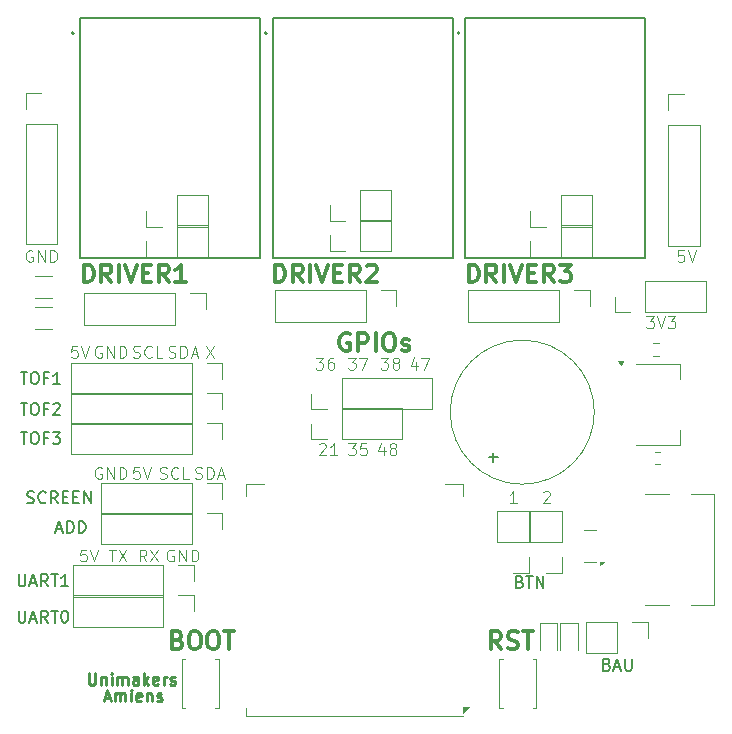
<source format=gbr>
%TF.GenerationSoftware,KiCad,Pcbnew,8.0.3*%
%TF.CreationDate,2024-09-17T15:24:25+02:00*%
%TF.ProjectId,PCB,5043422e-6b69-4636-9164-5f7063625858,rev?*%
%TF.SameCoordinates,Original*%
%TF.FileFunction,Legend,Top*%
%TF.FilePolarity,Positive*%
%FSLAX46Y46*%
G04 Gerber Fmt 4.6, Leading zero omitted, Abs format (unit mm)*
G04 Created by KiCad (PCBNEW 8.0.3) date 2024-09-17 15:24:25*
%MOMM*%
%LPD*%
G01*
G04 APERTURE LIST*
%ADD10C,0.125000*%
%ADD11C,0.250000*%
%ADD12C,0.200000*%
%ADD13C,0.300000*%
%ADD14C,0.150000*%
%ADD15C,0.120000*%
%ADD16C,0.127000*%
G04 APERTURE END LIST*
D10*
X118094140Y-111668738D02*
X117998902Y-111621119D01*
X117998902Y-111621119D02*
X117856045Y-111621119D01*
X117856045Y-111621119D02*
X117713188Y-111668738D01*
X117713188Y-111668738D02*
X117617950Y-111763976D01*
X117617950Y-111763976D02*
X117570331Y-111859214D01*
X117570331Y-111859214D02*
X117522712Y-112049690D01*
X117522712Y-112049690D02*
X117522712Y-112192547D01*
X117522712Y-112192547D02*
X117570331Y-112383023D01*
X117570331Y-112383023D02*
X117617950Y-112478261D01*
X117617950Y-112478261D02*
X117713188Y-112573500D01*
X117713188Y-112573500D02*
X117856045Y-112621119D01*
X117856045Y-112621119D02*
X117951283Y-112621119D01*
X117951283Y-112621119D02*
X118094140Y-112573500D01*
X118094140Y-112573500D02*
X118141759Y-112525880D01*
X118141759Y-112525880D02*
X118141759Y-112192547D01*
X118141759Y-112192547D02*
X117951283Y-112192547D01*
X118570331Y-112621119D02*
X118570331Y-111621119D01*
X118570331Y-111621119D02*
X119141759Y-112621119D01*
X119141759Y-112621119D02*
X119141759Y-111621119D01*
X119617950Y-112621119D02*
X119617950Y-111621119D01*
X119617950Y-111621119D02*
X119856045Y-111621119D01*
X119856045Y-111621119D02*
X119998902Y-111668738D01*
X119998902Y-111668738D02*
X120094140Y-111763976D01*
X120094140Y-111763976D02*
X120141759Y-111859214D01*
X120141759Y-111859214D02*
X120189378Y-112049690D01*
X120189378Y-112049690D02*
X120189378Y-112192547D01*
X120189378Y-112192547D02*
X120141759Y-112383023D01*
X120141759Y-112383023D02*
X120094140Y-112478261D01*
X120094140Y-112478261D02*
X119998902Y-112573500D01*
X119998902Y-112573500D02*
X119856045Y-112621119D01*
X119856045Y-112621119D02*
X119617950Y-112621119D01*
X164225093Y-98871119D02*
X164844140Y-98871119D01*
X164844140Y-98871119D02*
X164510807Y-99252071D01*
X164510807Y-99252071D02*
X164653664Y-99252071D01*
X164653664Y-99252071D02*
X164748902Y-99299690D01*
X164748902Y-99299690D02*
X164796521Y-99347309D01*
X164796521Y-99347309D02*
X164844140Y-99442547D01*
X164844140Y-99442547D02*
X164844140Y-99680642D01*
X164844140Y-99680642D02*
X164796521Y-99775880D01*
X164796521Y-99775880D02*
X164748902Y-99823500D01*
X164748902Y-99823500D02*
X164653664Y-99871119D01*
X164653664Y-99871119D02*
X164367950Y-99871119D01*
X164367950Y-99871119D02*
X164272712Y-99823500D01*
X164272712Y-99823500D02*
X164225093Y-99775880D01*
X165129855Y-98871119D02*
X165463188Y-99871119D01*
X165463188Y-99871119D02*
X165796521Y-98871119D01*
X166034617Y-98871119D02*
X166653664Y-98871119D01*
X166653664Y-98871119D02*
X166320331Y-99252071D01*
X166320331Y-99252071D02*
X166463188Y-99252071D01*
X166463188Y-99252071D02*
X166558426Y-99299690D01*
X166558426Y-99299690D02*
X166606045Y-99347309D01*
X166606045Y-99347309D02*
X166653664Y-99442547D01*
X166653664Y-99442547D02*
X166653664Y-99680642D01*
X166653664Y-99680642D02*
X166606045Y-99775880D01*
X166606045Y-99775880D02*
X166558426Y-99823500D01*
X166558426Y-99823500D02*
X166463188Y-99871119D01*
X166463188Y-99871119D02*
X166177474Y-99871119D01*
X166177474Y-99871119D02*
X166082236Y-99823500D01*
X166082236Y-99823500D02*
X166034617Y-99775880D01*
X126022712Y-112573500D02*
X126165569Y-112621119D01*
X126165569Y-112621119D02*
X126403664Y-112621119D01*
X126403664Y-112621119D02*
X126498902Y-112573500D01*
X126498902Y-112573500D02*
X126546521Y-112525880D01*
X126546521Y-112525880D02*
X126594140Y-112430642D01*
X126594140Y-112430642D02*
X126594140Y-112335404D01*
X126594140Y-112335404D02*
X126546521Y-112240166D01*
X126546521Y-112240166D02*
X126498902Y-112192547D01*
X126498902Y-112192547D02*
X126403664Y-112144928D01*
X126403664Y-112144928D02*
X126213188Y-112097309D01*
X126213188Y-112097309D02*
X126117950Y-112049690D01*
X126117950Y-112049690D02*
X126070331Y-112002071D01*
X126070331Y-112002071D02*
X126022712Y-111906833D01*
X126022712Y-111906833D02*
X126022712Y-111811595D01*
X126022712Y-111811595D02*
X126070331Y-111716357D01*
X126070331Y-111716357D02*
X126117950Y-111668738D01*
X126117950Y-111668738D02*
X126213188Y-111621119D01*
X126213188Y-111621119D02*
X126451283Y-111621119D01*
X126451283Y-111621119D02*
X126594140Y-111668738D01*
X127022712Y-112621119D02*
X127022712Y-111621119D01*
X127022712Y-111621119D02*
X127260807Y-111621119D01*
X127260807Y-111621119D02*
X127403664Y-111668738D01*
X127403664Y-111668738D02*
X127498902Y-111763976D01*
X127498902Y-111763976D02*
X127546521Y-111859214D01*
X127546521Y-111859214D02*
X127594140Y-112049690D01*
X127594140Y-112049690D02*
X127594140Y-112192547D01*
X127594140Y-112192547D02*
X127546521Y-112383023D01*
X127546521Y-112383023D02*
X127498902Y-112478261D01*
X127498902Y-112478261D02*
X127403664Y-112573500D01*
X127403664Y-112573500D02*
X127260807Y-112621119D01*
X127260807Y-112621119D02*
X127022712Y-112621119D01*
X127975093Y-112335404D02*
X128451283Y-112335404D01*
X127879855Y-112621119D02*
X128213188Y-111621119D01*
X128213188Y-111621119D02*
X128546521Y-112621119D01*
X136225093Y-102371119D02*
X136844140Y-102371119D01*
X136844140Y-102371119D02*
X136510807Y-102752071D01*
X136510807Y-102752071D02*
X136653664Y-102752071D01*
X136653664Y-102752071D02*
X136748902Y-102799690D01*
X136748902Y-102799690D02*
X136796521Y-102847309D01*
X136796521Y-102847309D02*
X136844140Y-102942547D01*
X136844140Y-102942547D02*
X136844140Y-103180642D01*
X136844140Y-103180642D02*
X136796521Y-103275880D01*
X136796521Y-103275880D02*
X136748902Y-103323500D01*
X136748902Y-103323500D02*
X136653664Y-103371119D01*
X136653664Y-103371119D02*
X136367950Y-103371119D01*
X136367950Y-103371119D02*
X136272712Y-103323500D01*
X136272712Y-103323500D02*
X136225093Y-103275880D01*
X137701283Y-102371119D02*
X137510807Y-102371119D01*
X137510807Y-102371119D02*
X137415569Y-102418738D01*
X137415569Y-102418738D02*
X137367950Y-102466357D01*
X137367950Y-102466357D02*
X137272712Y-102609214D01*
X137272712Y-102609214D02*
X137225093Y-102799690D01*
X137225093Y-102799690D02*
X137225093Y-103180642D01*
X137225093Y-103180642D02*
X137272712Y-103275880D01*
X137272712Y-103275880D02*
X137320331Y-103323500D01*
X137320331Y-103323500D02*
X137415569Y-103371119D01*
X137415569Y-103371119D02*
X137606045Y-103371119D01*
X137606045Y-103371119D02*
X137701283Y-103323500D01*
X137701283Y-103323500D02*
X137748902Y-103275880D01*
X137748902Y-103275880D02*
X137796521Y-103180642D01*
X137796521Y-103180642D02*
X137796521Y-102942547D01*
X137796521Y-102942547D02*
X137748902Y-102847309D01*
X137748902Y-102847309D02*
X137701283Y-102799690D01*
X137701283Y-102799690D02*
X137606045Y-102752071D01*
X137606045Y-102752071D02*
X137415569Y-102752071D01*
X137415569Y-102752071D02*
X137320331Y-102799690D01*
X137320331Y-102799690D02*
X137272712Y-102847309D01*
X137272712Y-102847309D02*
X137225093Y-102942547D01*
X112244140Y-93318738D02*
X112148902Y-93271119D01*
X112148902Y-93271119D02*
X112006045Y-93271119D01*
X112006045Y-93271119D02*
X111863188Y-93318738D01*
X111863188Y-93318738D02*
X111767950Y-93413976D01*
X111767950Y-93413976D02*
X111720331Y-93509214D01*
X111720331Y-93509214D02*
X111672712Y-93699690D01*
X111672712Y-93699690D02*
X111672712Y-93842547D01*
X111672712Y-93842547D02*
X111720331Y-94033023D01*
X111720331Y-94033023D02*
X111767950Y-94128261D01*
X111767950Y-94128261D02*
X111863188Y-94223500D01*
X111863188Y-94223500D02*
X112006045Y-94271119D01*
X112006045Y-94271119D02*
X112101283Y-94271119D01*
X112101283Y-94271119D02*
X112244140Y-94223500D01*
X112244140Y-94223500D02*
X112291759Y-94175880D01*
X112291759Y-94175880D02*
X112291759Y-93842547D01*
X112291759Y-93842547D02*
X112101283Y-93842547D01*
X112720331Y-94271119D02*
X112720331Y-93271119D01*
X112720331Y-93271119D02*
X113291759Y-94271119D01*
X113291759Y-94271119D02*
X113291759Y-93271119D01*
X113767950Y-94271119D02*
X113767950Y-93271119D01*
X113767950Y-93271119D02*
X114006045Y-93271119D01*
X114006045Y-93271119D02*
X114148902Y-93318738D01*
X114148902Y-93318738D02*
X114244140Y-93413976D01*
X114244140Y-93413976D02*
X114291759Y-93509214D01*
X114291759Y-93509214D02*
X114339378Y-93699690D01*
X114339378Y-93699690D02*
X114339378Y-93842547D01*
X114339378Y-93842547D02*
X114291759Y-94033023D01*
X114291759Y-94033023D02*
X114244140Y-94128261D01*
X114244140Y-94128261D02*
X114148902Y-94223500D01*
X114148902Y-94223500D02*
X114006045Y-94271119D01*
X114006045Y-94271119D02*
X113767950Y-94271119D01*
D11*
X118354949Y-131178904D02*
X118831139Y-131178904D01*
X118259711Y-131464619D02*
X118593044Y-130464619D01*
X118593044Y-130464619D02*
X118926377Y-131464619D01*
X119259711Y-131464619D02*
X119259711Y-130797952D01*
X119259711Y-130893190D02*
X119307330Y-130845571D01*
X119307330Y-130845571D02*
X119402568Y-130797952D01*
X119402568Y-130797952D02*
X119545425Y-130797952D01*
X119545425Y-130797952D02*
X119640663Y-130845571D01*
X119640663Y-130845571D02*
X119688282Y-130940809D01*
X119688282Y-130940809D02*
X119688282Y-131464619D01*
X119688282Y-130940809D02*
X119735901Y-130845571D01*
X119735901Y-130845571D02*
X119831139Y-130797952D01*
X119831139Y-130797952D02*
X119973996Y-130797952D01*
X119973996Y-130797952D02*
X120069235Y-130845571D01*
X120069235Y-130845571D02*
X120116854Y-130940809D01*
X120116854Y-130940809D02*
X120116854Y-131464619D01*
X120593044Y-131464619D02*
X120593044Y-130797952D01*
X120593044Y-130464619D02*
X120545425Y-130512238D01*
X120545425Y-130512238D02*
X120593044Y-130559857D01*
X120593044Y-130559857D02*
X120640663Y-130512238D01*
X120640663Y-130512238D02*
X120593044Y-130464619D01*
X120593044Y-130464619D02*
X120593044Y-130559857D01*
X121450186Y-131417000D02*
X121354948Y-131464619D01*
X121354948Y-131464619D02*
X121164472Y-131464619D01*
X121164472Y-131464619D02*
X121069234Y-131417000D01*
X121069234Y-131417000D02*
X121021615Y-131321761D01*
X121021615Y-131321761D02*
X121021615Y-130940809D01*
X121021615Y-130940809D02*
X121069234Y-130845571D01*
X121069234Y-130845571D02*
X121164472Y-130797952D01*
X121164472Y-130797952D02*
X121354948Y-130797952D01*
X121354948Y-130797952D02*
X121450186Y-130845571D01*
X121450186Y-130845571D02*
X121497805Y-130940809D01*
X121497805Y-130940809D02*
X121497805Y-131036047D01*
X121497805Y-131036047D02*
X121021615Y-131131285D01*
X121926377Y-130797952D02*
X121926377Y-131464619D01*
X121926377Y-130893190D02*
X121973996Y-130845571D01*
X121973996Y-130845571D02*
X122069234Y-130797952D01*
X122069234Y-130797952D02*
X122212091Y-130797952D01*
X122212091Y-130797952D02*
X122307329Y-130845571D01*
X122307329Y-130845571D02*
X122354948Y-130940809D01*
X122354948Y-130940809D02*
X122354948Y-131464619D01*
X122783520Y-131417000D02*
X122878758Y-131464619D01*
X122878758Y-131464619D02*
X123069234Y-131464619D01*
X123069234Y-131464619D02*
X123164472Y-131417000D01*
X123164472Y-131417000D02*
X123212091Y-131321761D01*
X123212091Y-131321761D02*
X123212091Y-131274142D01*
X123212091Y-131274142D02*
X123164472Y-131178904D01*
X123164472Y-131178904D02*
X123069234Y-131131285D01*
X123069234Y-131131285D02*
X122926377Y-131131285D01*
X122926377Y-131131285D02*
X122831139Y-131083666D01*
X122831139Y-131083666D02*
X122783520Y-130988428D01*
X122783520Y-130988428D02*
X122783520Y-130940809D01*
X122783520Y-130940809D02*
X122831139Y-130845571D01*
X122831139Y-130845571D02*
X122926377Y-130797952D01*
X122926377Y-130797952D02*
X123069234Y-130797952D01*
X123069234Y-130797952D02*
X123164472Y-130845571D01*
D10*
X136522712Y-109716357D02*
X136570331Y-109668738D01*
X136570331Y-109668738D02*
X136665569Y-109621119D01*
X136665569Y-109621119D02*
X136903664Y-109621119D01*
X136903664Y-109621119D02*
X136998902Y-109668738D01*
X136998902Y-109668738D02*
X137046521Y-109716357D01*
X137046521Y-109716357D02*
X137094140Y-109811595D01*
X137094140Y-109811595D02*
X137094140Y-109906833D01*
X137094140Y-109906833D02*
X137046521Y-110049690D01*
X137046521Y-110049690D02*
X136475093Y-110621119D01*
X136475093Y-110621119D02*
X137094140Y-110621119D01*
X138046521Y-110621119D02*
X137475093Y-110621119D01*
X137760807Y-110621119D02*
X137760807Y-109621119D01*
X137760807Y-109621119D02*
X137665569Y-109763976D01*
X137665569Y-109763976D02*
X137570331Y-109859214D01*
X137570331Y-109859214D02*
X137475093Y-109906833D01*
X141998902Y-109954452D02*
X141998902Y-110621119D01*
X141760807Y-109573500D02*
X141522712Y-110287785D01*
X141522712Y-110287785D02*
X142141759Y-110287785D01*
X142665569Y-110049690D02*
X142570331Y-110002071D01*
X142570331Y-110002071D02*
X142522712Y-109954452D01*
X142522712Y-109954452D02*
X142475093Y-109859214D01*
X142475093Y-109859214D02*
X142475093Y-109811595D01*
X142475093Y-109811595D02*
X142522712Y-109716357D01*
X142522712Y-109716357D02*
X142570331Y-109668738D01*
X142570331Y-109668738D02*
X142665569Y-109621119D01*
X142665569Y-109621119D02*
X142856045Y-109621119D01*
X142856045Y-109621119D02*
X142951283Y-109668738D01*
X142951283Y-109668738D02*
X142998902Y-109716357D01*
X142998902Y-109716357D02*
X143046521Y-109811595D01*
X143046521Y-109811595D02*
X143046521Y-109859214D01*
X143046521Y-109859214D02*
X142998902Y-109954452D01*
X142998902Y-109954452D02*
X142951283Y-110002071D01*
X142951283Y-110002071D02*
X142856045Y-110049690D01*
X142856045Y-110049690D02*
X142665569Y-110049690D01*
X142665569Y-110049690D02*
X142570331Y-110097309D01*
X142570331Y-110097309D02*
X142522712Y-110144928D01*
X142522712Y-110144928D02*
X142475093Y-110240166D01*
X142475093Y-110240166D02*
X142475093Y-110430642D01*
X142475093Y-110430642D02*
X142522712Y-110525880D01*
X142522712Y-110525880D02*
X142570331Y-110573500D01*
X142570331Y-110573500D02*
X142665569Y-110621119D01*
X142665569Y-110621119D02*
X142856045Y-110621119D01*
X142856045Y-110621119D02*
X142951283Y-110573500D01*
X142951283Y-110573500D02*
X142998902Y-110525880D01*
X142998902Y-110525880D02*
X143046521Y-110430642D01*
X143046521Y-110430642D02*
X143046521Y-110240166D01*
X143046521Y-110240166D02*
X142998902Y-110144928D01*
X142998902Y-110144928D02*
X142951283Y-110097309D01*
X142951283Y-110097309D02*
X142856045Y-110049690D01*
X126975093Y-101371119D02*
X127641759Y-102371119D01*
X127641759Y-101371119D02*
X126975093Y-102371119D01*
X118717474Y-118621119D02*
X119288902Y-118621119D01*
X119003188Y-119621119D02*
X119003188Y-118621119D01*
X119526998Y-118621119D02*
X120193664Y-119621119D01*
X120193664Y-118621119D02*
X119526998Y-119621119D01*
X121296521Y-111621119D02*
X120820331Y-111621119D01*
X120820331Y-111621119D02*
X120772712Y-112097309D01*
X120772712Y-112097309D02*
X120820331Y-112049690D01*
X120820331Y-112049690D02*
X120915569Y-112002071D01*
X120915569Y-112002071D02*
X121153664Y-112002071D01*
X121153664Y-112002071D02*
X121248902Y-112049690D01*
X121248902Y-112049690D02*
X121296521Y-112097309D01*
X121296521Y-112097309D02*
X121344140Y-112192547D01*
X121344140Y-112192547D02*
X121344140Y-112430642D01*
X121344140Y-112430642D02*
X121296521Y-112525880D01*
X121296521Y-112525880D02*
X121248902Y-112573500D01*
X121248902Y-112573500D02*
X121153664Y-112621119D01*
X121153664Y-112621119D02*
X120915569Y-112621119D01*
X120915569Y-112621119D02*
X120820331Y-112573500D01*
X120820331Y-112573500D02*
X120772712Y-112525880D01*
X121629855Y-111621119D02*
X121963188Y-112621119D01*
X121963188Y-112621119D02*
X122296521Y-111621119D01*
X141725093Y-102371119D02*
X142344140Y-102371119D01*
X142344140Y-102371119D02*
X142010807Y-102752071D01*
X142010807Y-102752071D02*
X142153664Y-102752071D01*
X142153664Y-102752071D02*
X142248902Y-102799690D01*
X142248902Y-102799690D02*
X142296521Y-102847309D01*
X142296521Y-102847309D02*
X142344140Y-102942547D01*
X142344140Y-102942547D02*
X142344140Y-103180642D01*
X142344140Y-103180642D02*
X142296521Y-103275880D01*
X142296521Y-103275880D02*
X142248902Y-103323500D01*
X142248902Y-103323500D02*
X142153664Y-103371119D01*
X142153664Y-103371119D02*
X141867950Y-103371119D01*
X141867950Y-103371119D02*
X141772712Y-103323500D01*
X141772712Y-103323500D02*
X141725093Y-103275880D01*
X142915569Y-102799690D02*
X142820331Y-102752071D01*
X142820331Y-102752071D02*
X142772712Y-102704452D01*
X142772712Y-102704452D02*
X142725093Y-102609214D01*
X142725093Y-102609214D02*
X142725093Y-102561595D01*
X142725093Y-102561595D02*
X142772712Y-102466357D01*
X142772712Y-102466357D02*
X142820331Y-102418738D01*
X142820331Y-102418738D02*
X142915569Y-102371119D01*
X142915569Y-102371119D02*
X143106045Y-102371119D01*
X143106045Y-102371119D02*
X143201283Y-102418738D01*
X143201283Y-102418738D02*
X143248902Y-102466357D01*
X143248902Y-102466357D02*
X143296521Y-102561595D01*
X143296521Y-102561595D02*
X143296521Y-102609214D01*
X143296521Y-102609214D02*
X143248902Y-102704452D01*
X143248902Y-102704452D02*
X143201283Y-102752071D01*
X143201283Y-102752071D02*
X143106045Y-102799690D01*
X143106045Y-102799690D02*
X142915569Y-102799690D01*
X142915569Y-102799690D02*
X142820331Y-102847309D01*
X142820331Y-102847309D02*
X142772712Y-102894928D01*
X142772712Y-102894928D02*
X142725093Y-102990166D01*
X142725093Y-102990166D02*
X142725093Y-103180642D01*
X142725093Y-103180642D02*
X142772712Y-103275880D01*
X142772712Y-103275880D02*
X142820331Y-103323500D01*
X142820331Y-103323500D02*
X142915569Y-103371119D01*
X142915569Y-103371119D02*
X143106045Y-103371119D01*
X143106045Y-103371119D02*
X143201283Y-103323500D01*
X143201283Y-103323500D02*
X143248902Y-103275880D01*
X143248902Y-103275880D02*
X143296521Y-103180642D01*
X143296521Y-103180642D02*
X143296521Y-102990166D01*
X143296521Y-102990166D02*
X143248902Y-102894928D01*
X143248902Y-102894928D02*
X143201283Y-102847309D01*
X143201283Y-102847309D02*
X143106045Y-102799690D01*
X123772712Y-102323500D02*
X123915569Y-102371119D01*
X123915569Y-102371119D02*
X124153664Y-102371119D01*
X124153664Y-102371119D02*
X124248902Y-102323500D01*
X124248902Y-102323500D02*
X124296521Y-102275880D01*
X124296521Y-102275880D02*
X124344140Y-102180642D01*
X124344140Y-102180642D02*
X124344140Y-102085404D01*
X124344140Y-102085404D02*
X124296521Y-101990166D01*
X124296521Y-101990166D02*
X124248902Y-101942547D01*
X124248902Y-101942547D02*
X124153664Y-101894928D01*
X124153664Y-101894928D02*
X123963188Y-101847309D01*
X123963188Y-101847309D02*
X123867950Y-101799690D01*
X123867950Y-101799690D02*
X123820331Y-101752071D01*
X123820331Y-101752071D02*
X123772712Y-101656833D01*
X123772712Y-101656833D02*
X123772712Y-101561595D01*
X123772712Y-101561595D02*
X123820331Y-101466357D01*
X123820331Y-101466357D02*
X123867950Y-101418738D01*
X123867950Y-101418738D02*
X123963188Y-101371119D01*
X123963188Y-101371119D02*
X124201283Y-101371119D01*
X124201283Y-101371119D02*
X124344140Y-101418738D01*
X124772712Y-102371119D02*
X124772712Y-101371119D01*
X124772712Y-101371119D02*
X125010807Y-101371119D01*
X125010807Y-101371119D02*
X125153664Y-101418738D01*
X125153664Y-101418738D02*
X125248902Y-101513976D01*
X125248902Y-101513976D02*
X125296521Y-101609214D01*
X125296521Y-101609214D02*
X125344140Y-101799690D01*
X125344140Y-101799690D02*
X125344140Y-101942547D01*
X125344140Y-101942547D02*
X125296521Y-102133023D01*
X125296521Y-102133023D02*
X125248902Y-102228261D01*
X125248902Y-102228261D02*
X125153664Y-102323500D01*
X125153664Y-102323500D02*
X125010807Y-102371119D01*
X125010807Y-102371119D02*
X124772712Y-102371119D01*
X125725093Y-102085404D02*
X126201283Y-102085404D01*
X125629855Y-102371119D02*
X125963188Y-101371119D01*
X125963188Y-101371119D02*
X126296521Y-102371119D01*
X167396521Y-93271119D02*
X166920331Y-93271119D01*
X166920331Y-93271119D02*
X166872712Y-93747309D01*
X166872712Y-93747309D02*
X166920331Y-93699690D01*
X166920331Y-93699690D02*
X167015569Y-93652071D01*
X167015569Y-93652071D02*
X167253664Y-93652071D01*
X167253664Y-93652071D02*
X167348902Y-93699690D01*
X167348902Y-93699690D02*
X167396521Y-93747309D01*
X167396521Y-93747309D02*
X167444140Y-93842547D01*
X167444140Y-93842547D02*
X167444140Y-94080642D01*
X167444140Y-94080642D02*
X167396521Y-94175880D01*
X167396521Y-94175880D02*
X167348902Y-94223500D01*
X167348902Y-94223500D02*
X167253664Y-94271119D01*
X167253664Y-94271119D02*
X167015569Y-94271119D01*
X167015569Y-94271119D02*
X166920331Y-94223500D01*
X166920331Y-94223500D02*
X166872712Y-94175880D01*
X167729855Y-93271119D02*
X168063188Y-94271119D01*
X168063188Y-94271119D02*
X168396521Y-93271119D01*
D12*
X153503006Y-121343409D02*
X153645863Y-121391028D01*
X153645863Y-121391028D02*
X153693482Y-121438647D01*
X153693482Y-121438647D02*
X153741101Y-121533885D01*
X153741101Y-121533885D02*
X153741101Y-121676742D01*
X153741101Y-121676742D02*
X153693482Y-121771980D01*
X153693482Y-121771980D02*
X153645863Y-121819600D01*
X153645863Y-121819600D02*
X153550625Y-121867219D01*
X153550625Y-121867219D02*
X153169673Y-121867219D01*
X153169673Y-121867219D02*
X153169673Y-120867219D01*
X153169673Y-120867219D02*
X153503006Y-120867219D01*
X153503006Y-120867219D02*
X153598244Y-120914838D01*
X153598244Y-120914838D02*
X153645863Y-120962457D01*
X153645863Y-120962457D02*
X153693482Y-121057695D01*
X153693482Y-121057695D02*
X153693482Y-121152933D01*
X153693482Y-121152933D02*
X153645863Y-121248171D01*
X153645863Y-121248171D02*
X153598244Y-121295790D01*
X153598244Y-121295790D02*
X153503006Y-121343409D01*
X153503006Y-121343409D02*
X153169673Y-121343409D01*
X154026816Y-120867219D02*
X154598244Y-120867219D01*
X154312530Y-121867219D02*
X154312530Y-120867219D01*
X154931578Y-121867219D02*
X154931578Y-120867219D01*
X154931578Y-120867219D02*
X155503006Y-121867219D01*
X155503006Y-121867219D02*
X155503006Y-120867219D01*
D10*
X138975093Y-102371119D02*
X139594140Y-102371119D01*
X139594140Y-102371119D02*
X139260807Y-102752071D01*
X139260807Y-102752071D02*
X139403664Y-102752071D01*
X139403664Y-102752071D02*
X139498902Y-102799690D01*
X139498902Y-102799690D02*
X139546521Y-102847309D01*
X139546521Y-102847309D02*
X139594140Y-102942547D01*
X139594140Y-102942547D02*
X139594140Y-103180642D01*
X139594140Y-103180642D02*
X139546521Y-103275880D01*
X139546521Y-103275880D02*
X139498902Y-103323500D01*
X139498902Y-103323500D02*
X139403664Y-103371119D01*
X139403664Y-103371119D02*
X139117950Y-103371119D01*
X139117950Y-103371119D02*
X139022712Y-103323500D01*
X139022712Y-103323500D02*
X138975093Y-103275880D01*
X139927474Y-102371119D02*
X140594140Y-102371119D01*
X140594140Y-102371119D02*
X140165569Y-103371119D01*
X120772712Y-102323500D02*
X120915569Y-102371119D01*
X120915569Y-102371119D02*
X121153664Y-102371119D01*
X121153664Y-102371119D02*
X121248902Y-102323500D01*
X121248902Y-102323500D02*
X121296521Y-102275880D01*
X121296521Y-102275880D02*
X121344140Y-102180642D01*
X121344140Y-102180642D02*
X121344140Y-102085404D01*
X121344140Y-102085404D02*
X121296521Y-101990166D01*
X121296521Y-101990166D02*
X121248902Y-101942547D01*
X121248902Y-101942547D02*
X121153664Y-101894928D01*
X121153664Y-101894928D02*
X120963188Y-101847309D01*
X120963188Y-101847309D02*
X120867950Y-101799690D01*
X120867950Y-101799690D02*
X120820331Y-101752071D01*
X120820331Y-101752071D02*
X120772712Y-101656833D01*
X120772712Y-101656833D02*
X120772712Y-101561595D01*
X120772712Y-101561595D02*
X120820331Y-101466357D01*
X120820331Y-101466357D02*
X120867950Y-101418738D01*
X120867950Y-101418738D02*
X120963188Y-101371119D01*
X120963188Y-101371119D02*
X121201283Y-101371119D01*
X121201283Y-101371119D02*
X121344140Y-101418738D01*
X122344140Y-102275880D02*
X122296521Y-102323500D01*
X122296521Y-102323500D02*
X122153664Y-102371119D01*
X122153664Y-102371119D02*
X122058426Y-102371119D01*
X122058426Y-102371119D02*
X121915569Y-102323500D01*
X121915569Y-102323500D02*
X121820331Y-102228261D01*
X121820331Y-102228261D02*
X121772712Y-102133023D01*
X121772712Y-102133023D02*
X121725093Y-101942547D01*
X121725093Y-101942547D02*
X121725093Y-101799690D01*
X121725093Y-101799690D02*
X121772712Y-101609214D01*
X121772712Y-101609214D02*
X121820331Y-101513976D01*
X121820331Y-101513976D02*
X121915569Y-101418738D01*
X121915569Y-101418738D02*
X122058426Y-101371119D01*
X122058426Y-101371119D02*
X122153664Y-101371119D01*
X122153664Y-101371119D02*
X122296521Y-101418738D01*
X122296521Y-101418738D02*
X122344140Y-101466357D01*
X123248902Y-102371119D02*
X122772712Y-102371119D01*
X122772712Y-102371119D02*
X122772712Y-101371119D01*
X155472712Y-113766357D02*
X155520331Y-113718738D01*
X155520331Y-113718738D02*
X155615569Y-113671119D01*
X155615569Y-113671119D02*
X155853664Y-113671119D01*
X155853664Y-113671119D02*
X155948902Y-113718738D01*
X155948902Y-113718738D02*
X155996521Y-113766357D01*
X155996521Y-113766357D02*
X156044140Y-113861595D01*
X156044140Y-113861595D02*
X156044140Y-113956833D01*
X156044140Y-113956833D02*
X155996521Y-114099690D01*
X155996521Y-114099690D02*
X155425093Y-114671119D01*
X155425093Y-114671119D02*
X156044140Y-114671119D01*
X123022712Y-112573500D02*
X123165569Y-112621119D01*
X123165569Y-112621119D02*
X123403664Y-112621119D01*
X123403664Y-112621119D02*
X123498902Y-112573500D01*
X123498902Y-112573500D02*
X123546521Y-112525880D01*
X123546521Y-112525880D02*
X123594140Y-112430642D01*
X123594140Y-112430642D02*
X123594140Y-112335404D01*
X123594140Y-112335404D02*
X123546521Y-112240166D01*
X123546521Y-112240166D02*
X123498902Y-112192547D01*
X123498902Y-112192547D02*
X123403664Y-112144928D01*
X123403664Y-112144928D02*
X123213188Y-112097309D01*
X123213188Y-112097309D02*
X123117950Y-112049690D01*
X123117950Y-112049690D02*
X123070331Y-112002071D01*
X123070331Y-112002071D02*
X123022712Y-111906833D01*
X123022712Y-111906833D02*
X123022712Y-111811595D01*
X123022712Y-111811595D02*
X123070331Y-111716357D01*
X123070331Y-111716357D02*
X123117950Y-111668738D01*
X123117950Y-111668738D02*
X123213188Y-111621119D01*
X123213188Y-111621119D02*
X123451283Y-111621119D01*
X123451283Y-111621119D02*
X123594140Y-111668738D01*
X124594140Y-112525880D02*
X124546521Y-112573500D01*
X124546521Y-112573500D02*
X124403664Y-112621119D01*
X124403664Y-112621119D02*
X124308426Y-112621119D01*
X124308426Y-112621119D02*
X124165569Y-112573500D01*
X124165569Y-112573500D02*
X124070331Y-112478261D01*
X124070331Y-112478261D02*
X124022712Y-112383023D01*
X124022712Y-112383023D02*
X123975093Y-112192547D01*
X123975093Y-112192547D02*
X123975093Y-112049690D01*
X123975093Y-112049690D02*
X124022712Y-111859214D01*
X124022712Y-111859214D02*
X124070331Y-111763976D01*
X124070331Y-111763976D02*
X124165569Y-111668738D01*
X124165569Y-111668738D02*
X124308426Y-111621119D01*
X124308426Y-111621119D02*
X124403664Y-111621119D01*
X124403664Y-111621119D02*
X124546521Y-111668738D01*
X124546521Y-111668738D02*
X124594140Y-111716357D01*
X125498902Y-112621119D02*
X125022712Y-112621119D01*
X125022712Y-112621119D02*
X125022712Y-111621119D01*
D13*
X124554510Y-126265114D02*
X124768796Y-126336542D01*
X124768796Y-126336542D02*
X124840225Y-126407971D01*
X124840225Y-126407971D02*
X124911653Y-126550828D01*
X124911653Y-126550828D02*
X124911653Y-126765114D01*
X124911653Y-126765114D02*
X124840225Y-126907971D01*
X124840225Y-126907971D02*
X124768796Y-126979400D01*
X124768796Y-126979400D02*
X124625939Y-127050828D01*
X124625939Y-127050828D02*
X124054510Y-127050828D01*
X124054510Y-127050828D02*
X124054510Y-125550828D01*
X124054510Y-125550828D02*
X124554510Y-125550828D01*
X124554510Y-125550828D02*
X124697368Y-125622257D01*
X124697368Y-125622257D02*
X124768796Y-125693685D01*
X124768796Y-125693685D02*
X124840225Y-125836542D01*
X124840225Y-125836542D02*
X124840225Y-125979400D01*
X124840225Y-125979400D02*
X124768796Y-126122257D01*
X124768796Y-126122257D02*
X124697368Y-126193685D01*
X124697368Y-126193685D02*
X124554510Y-126265114D01*
X124554510Y-126265114D02*
X124054510Y-126265114D01*
X125840225Y-125550828D02*
X126125939Y-125550828D01*
X126125939Y-125550828D02*
X126268796Y-125622257D01*
X126268796Y-125622257D02*
X126411653Y-125765114D01*
X126411653Y-125765114D02*
X126483082Y-126050828D01*
X126483082Y-126050828D02*
X126483082Y-126550828D01*
X126483082Y-126550828D02*
X126411653Y-126836542D01*
X126411653Y-126836542D02*
X126268796Y-126979400D01*
X126268796Y-126979400D02*
X126125939Y-127050828D01*
X126125939Y-127050828D02*
X125840225Y-127050828D01*
X125840225Y-127050828D02*
X125697368Y-126979400D01*
X125697368Y-126979400D02*
X125554510Y-126836542D01*
X125554510Y-126836542D02*
X125483082Y-126550828D01*
X125483082Y-126550828D02*
X125483082Y-126050828D01*
X125483082Y-126050828D02*
X125554510Y-125765114D01*
X125554510Y-125765114D02*
X125697368Y-125622257D01*
X125697368Y-125622257D02*
X125840225Y-125550828D01*
X127411654Y-125550828D02*
X127697368Y-125550828D01*
X127697368Y-125550828D02*
X127840225Y-125622257D01*
X127840225Y-125622257D02*
X127983082Y-125765114D01*
X127983082Y-125765114D02*
X128054511Y-126050828D01*
X128054511Y-126050828D02*
X128054511Y-126550828D01*
X128054511Y-126550828D02*
X127983082Y-126836542D01*
X127983082Y-126836542D02*
X127840225Y-126979400D01*
X127840225Y-126979400D02*
X127697368Y-127050828D01*
X127697368Y-127050828D02*
X127411654Y-127050828D01*
X127411654Y-127050828D02*
X127268797Y-126979400D01*
X127268797Y-126979400D02*
X127125939Y-126836542D01*
X127125939Y-126836542D02*
X127054511Y-126550828D01*
X127054511Y-126550828D02*
X127054511Y-126050828D01*
X127054511Y-126050828D02*
X127125939Y-125765114D01*
X127125939Y-125765114D02*
X127268797Y-125622257D01*
X127268797Y-125622257D02*
X127411654Y-125550828D01*
X128483083Y-125550828D02*
X129340226Y-125550828D01*
X128911654Y-127050828D02*
X128911654Y-125550828D01*
D10*
X118094140Y-101418738D02*
X117998902Y-101371119D01*
X117998902Y-101371119D02*
X117856045Y-101371119D01*
X117856045Y-101371119D02*
X117713188Y-101418738D01*
X117713188Y-101418738D02*
X117617950Y-101513976D01*
X117617950Y-101513976D02*
X117570331Y-101609214D01*
X117570331Y-101609214D02*
X117522712Y-101799690D01*
X117522712Y-101799690D02*
X117522712Y-101942547D01*
X117522712Y-101942547D02*
X117570331Y-102133023D01*
X117570331Y-102133023D02*
X117617950Y-102228261D01*
X117617950Y-102228261D02*
X117713188Y-102323500D01*
X117713188Y-102323500D02*
X117856045Y-102371119D01*
X117856045Y-102371119D02*
X117951283Y-102371119D01*
X117951283Y-102371119D02*
X118094140Y-102323500D01*
X118094140Y-102323500D02*
X118141759Y-102275880D01*
X118141759Y-102275880D02*
X118141759Y-101942547D01*
X118141759Y-101942547D02*
X117951283Y-101942547D01*
X118570331Y-102371119D02*
X118570331Y-101371119D01*
X118570331Y-101371119D02*
X119141759Y-102371119D01*
X119141759Y-102371119D02*
X119141759Y-101371119D01*
X119617950Y-102371119D02*
X119617950Y-101371119D01*
X119617950Y-101371119D02*
X119856045Y-101371119D01*
X119856045Y-101371119D02*
X119998902Y-101418738D01*
X119998902Y-101418738D02*
X120094140Y-101513976D01*
X120094140Y-101513976D02*
X120141759Y-101609214D01*
X120141759Y-101609214D02*
X120189378Y-101799690D01*
X120189378Y-101799690D02*
X120189378Y-101942547D01*
X120189378Y-101942547D02*
X120141759Y-102133023D01*
X120141759Y-102133023D02*
X120094140Y-102228261D01*
X120094140Y-102228261D02*
X119998902Y-102323500D01*
X119998902Y-102323500D02*
X119856045Y-102371119D01*
X119856045Y-102371119D02*
X119617950Y-102371119D01*
X138975093Y-109621119D02*
X139594140Y-109621119D01*
X139594140Y-109621119D02*
X139260807Y-110002071D01*
X139260807Y-110002071D02*
X139403664Y-110002071D01*
X139403664Y-110002071D02*
X139498902Y-110049690D01*
X139498902Y-110049690D02*
X139546521Y-110097309D01*
X139546521Y-110097309D02*
X139594140Y-110192547D01*
X139594140Y-110192547D02*
X139594140Y-110430642D01*
X139594140Y-110430642D02*
X139546521Y-110525880D01*
X139546521Y-110525880D02*
X139498902Y-110573500D01*
X139498902Y-110573500D02*
X139403664Y-110621119D01*
X139403664Y-110621119D02*
X139117950Y-110621119D01*
X139117950Y-110621119D02*
X139022712Y-110573500D01*
X139022712Y-110573500D02*
X138975093Y-110525880D01*
X140498902Y-109621119D02*
X140022712Y-109621119D01*
X140022712Y-109621119D02*
X139975093Y-110097309D01*
X139975093Y-110097309D02*
X140022712Y-110049690D01*
X140022712Y-110049690D02*
X140117950Y-110002071D01*
X140117950Y-110002071D02*
X140356045Y-110002071D01*
X140356045Y-110002071D02*
X140451283Y-110049690D01*
X140451283Y-110049690D02*
X140498902Y-110097309D01*
X140498902Y-110097309D02*
X140546521Y-110192547D01*
X140546521Y-110192547D02*
X140546521Y-110430642D01*
X140546521Y-110430642D02*
X140498902Y-110525880D01*
X140498902Y-110525880D02*
X140451283Y-110573500D01*
X140451283Y-110573500D02*
X140356045Y-110621119D01*
X140356045Y-110621119D02*
X140117950Y-110621119D01*
X140117950Y-110621119D02*
X140022712Y-110573500D01*
X140022712Y-110573500D02*
X139975093Y-110525880D01*
X116046521Y-101371119D02*
X115570331Y-101371119D01*
X115570331Y-101371119D02*
X115522712Y-101847309D01*
X115522712Y-101847309D02*
X115570331Y-101799690D01*
X115570331Y-101799690D02*
X115665569Y-101752071D01*
X115665569Y-101752071D02*
X115903664Y-101752071D01*
X115903664Y-101752071D02*
X115998902Y-101799690D01*
X115998902Y-101799690D02*
X116046521Y-101847309D01*
X116046521Y-101847309D02*
X116094140Y-101942547D01*
X116094140Y-101942547D02*
X116094140Y-102180642D01*
X116094140Y-102180642D02*
X116046521Y-102275880D01*
X116046521Y-102275880D02*
X115998902Y-102323500D01*
X115998902Y-102323500D02*
X115903664Y-102371119D01*
X115903664Y-102371119D02*
X115665569Y-102371119D01*
X115665569Y-102371119D02*
X115570331Y-102323500D01*
X115570331Y-102323500D02*
X115522712Y-102275880D01*
X116379855Y-101371119D02*
X116713188Y-102371119D01*
X116713188Y-102371119D02*
X117046521Y-101371119D01*
X124184140Y-118668738D02*
X124088902Y-118621119D01*
X124088902Y-118621119D02*
X123946045Y-118621119D01*
X123946045Y-118621119D02*
X123803188Y-118668738D01*
X123803188Y-118668738D02*
X123707950Y-118763976D01*
X123707950Y-118763976D02*
X123660331Y-118859214D01*
X123660331Y-118859214D02*
X123612712Y-119049690D01*
X123612712Y-119049690D02*
X123612712Y-119192547D01*
X123612712Y-119192547D02*
X123660331Y-119383023D01*
X123660331Y-119383023D02*
X123707950Y-119478261D01*
X123707950Y-119478261D02*
X123803188Y-119573500D01*
X123803188Y-119573500D02*
X123946045Y-119621119D01*
X123946045Y-119621119D02*
X124041283Y-119621119D01*
X124041283Y-119621119D02*
X124184140Y-119573500D01*
X124184140Y-119573500D02*
X124231759Y-119525880D01*
X124231759Y-119525880D02*
X124231759Y-119192547D01*
X124231759Y-119192547D02*
X124041283Y-119192547D01*
X124660331Y-119621119D02*
X124660331Y-118621119D01*
X124660331Y-118621119D02*
X125231759Y-119621119D01*
X125231759Y-119621119D02*
X125231759Y-118621119D01*
X125707950Y-119621119D02*
X125707950Y-118621119D01*
X125707950Y-118621119D02*
X125946045Y-118621119D01*
X125946045Y-118621119D02*
X126088902Y-118668738D01*
X126088902Y-118668738D02*
X126184140Y-118763976D01*
X126184140Y-118763976D02*
X126231759Y-118859214D01*
X126231759Y-118859214D02*
X126279378Y-119049690D01*
X126279378Y-119049690D02*
X126279378Y-119192547D01*
X126279378Y-119192547D02*
X126231759Y-119383023D01*
X126231759Y-119383023D02*
X126184140Y-119478261D01*
X126184140Y-119478261D02*
X126088902Y-119573500D01*
X126088902Y-119573500D02*
X125946045Y-119621119D01*
X125946045Y-119621119D02*
X125707950Y-119621119D01*
D13*
X132764510Y-95980828D02*
X132764510Y-94480828D01*
X132764510Y-94480828D02*
X133121653Y-94480828D01*
X133121653Y-94480828D02*
X133335939Y-94552257D01*
X133335939Y-94552257D02*
X133478796Y-94695114D01*
X133478796Y-94695114D02*
X133550225Y-94837971D01*
X133550225Y-94837971D02*
X133621653Y-95123685D01*
X133621653Y-95123685D02*
X133621653Y-95337971D01*
X133621653Y-95337971D02*
X133550225Y-95623685D01*
X133550225Y-95623685D02*
X133478796Y-95766542D01*
X133478796Y-95766542D02*
X133335939Y-95909400D01*
X133335939Y-95909400D02*
X133121653Y-95980828D01*
X133121653Y-95980828D02*
X132764510Y-95980828D01*
X135121653Y-95980828D02*
X134621653Y-95266542D01*
X134264510Y-95980828D02*
X134264510Y-94480828D01*
X134264510Y-94480828D02*
X134835939Y-94480828D01*
X134835939Y-94480828D02*
X134978796Y-94552257D01*
X134978796Y-94552257D02*
X135050225Y-94623685D01*
X135050225Y-94623685D02*
X135121653Y-94766542D01*
X135121653Y-94766542D02*
X135121653Y-94980828D01*
X135121653Y-94980828D02*
X135050225Y-95123685D01*
X135050225Y-95123685D02*
X134978796Y-95195114D01*
X134978796Y-95195114D02*
X134835939Y-95266542D01*
X134835939Y-95266542D02*
X134264510Y-95266542D01*
X135764510Y-95980828D02*
X135764510Y-94480828D01*
X136264511Y-94480828D02*
X136764511Y-95980828D01*
X136764511Y-95980828D02*
X137264511Y-94480828D01*
X137764510Y-95195114D02*
X138264510Y-95195114D01*
X138478796Y-95980828D02*
X137764510Y-95980828D01*
X137764510Y-95980828D02*
X137764510Y-94480828D01*
X137764510Y-94480828D02*
X138478796Y-94480828D01*
X139978796Y-95980828D02*
X139478796Y-95266542D01*
X139121653Y-95980828D02*
X139121653Y-94480828D01*
X139121653Y-94480828D02*
X139693082Y-94480828D01*
X139693082Y-94480828D02*
X139835939Y-94552257D01*
X139835939Y-94552257D02*
X139907368Y-94623685D01*
X139907368Y-94623685D02*
X139978796Y-94766542D01*
X139978796Y-94766542D02*
X139978796Y-94980828D01*
X139978796Y-94980828D02*
X139907368Y-95123685D01*
X139907368Y-95123685D02*
X139835939Y-95195114D01*
X139835939Y-95195114D02*
X139693082Y-95266542D01*
X139693082Y-95266542D02*
X139121653Y-95266542D01*
X140550225Y-94623685D02*
X140621653Y-94552257D01*
X140621653Y-94552257D02*
X140764511Y-94480828D01*
X140764511Y-94480828D02*
X141121653Y-94480828D01*
X141121653Y-94480828D02*
X141264511Y-94552257D01*
X141264511Y-94552257D02*
X141335939Y-94623685D01*
X141335939Y-94623685D02*
X141407368Y-94766542D01*
X141407368Y-94766542D02*
X141407368Y-94909400D01*
X141407368Y-94909400D02*
X141335939Y-95123685D01*
X141335939Y-95123685D02*
X140478796Y-95980828D01*
X140478796Y-95980828D02*
X141407368Y-95980828D01*
D10*
X144748902Y-102704452D02*
X144748902Y-103371119D01*
X144510807Y-102323500D02*
X144272712Y-103037785D01*
X144272712Y-103037785D02*
X144891759Y-103037785D01*
X145177474Y-102371119D02*
X145844140Y-102371119D01*
X145844140Y-102371119D02*
X145415569Y-103371119D01*
X116796521Y-118621119D02*
X116320331Y-118621119D01*
X116320331Y-118621119D02*
X116272712Y-119097309D01*
X116272712Y-119097309D02*
X116320331Y-119049690D01*
X116320331Y-119049690D02*
X116415569Y-119002071D01*
X116415569Y-119002071D02*
X116653664Y-119002071D01*
X116653664Y-119002071D02*
X116748902Y-119049690D01*
X116748902Y-119049690D02*
X116796521Y-119097309D01*
X116796521Y-119097309D02*
X116844140Y-119192547D01*
X116844140Y-119192547D02*
X116844140Y-119430642D01*
X116844140Y-119430642D02*
X116796521Y-119525880D01*
X116796521Y-119525880D02*
X116748902Y-119573500D01*
X116748902Y-119573500D02*
X116653664Y-119621119D01*
X116653664Y-119621119D02*
X116415569Y-119621119D01*
X116415569Y-119621119D02*
X116320331Y-119573500D01*
X116320331Y-119573500D02*
X116272712Y-119525880D01*
X117129855Y-118621119D02*
X117463188Y-119621119D01*
X117463188Y-119621119D02*
X117796521Y-118621119D01*
X121891759Y-119621119D02*
X121558426Y-119144928D01*
X121320331Y-119621119D02*
X121320331Y-118621119D01*
X121320331Y-118621119D02*
X121701283Y-118621119D01*
X121701283Y-118621119D02*
X121796521Y-118668738D01*
X121796521Y-118668738D02*
X121844140Y-118716357D01*
X121844140Y-118716357D02*
X121891759Y-118811595D01*
X121891759Y-118811595D02*
X121891759Y-118954452D01*
X121891759Y-118954452D02*
X121844140Y-119049690D01*
X121844140Y-119049690D02*
X121796521Y-119097309D01*
X121796521Y-119097309D02*
X121701283Y-119144928D01*
X121701283Y-119144928D02*
X121320331Y-119144928D01*
X122225093Y-118621119D02*
X122891759Y-119621119D01*
X122891759Y-118621119D02*
X122225093Y-119621119D01*
D13*
X139090225Y-100372257D02*
X138947368Y-100300828D01*
X138947368Y-100300828D02*
X138733082Y-100300828D01*
X138733082Y-100300828D02*
X138518796Y-100372257D01*
X138518796Y-100372257D02*
X138375939Y-100515114D01*
X138375939Y-100515114D02*
X138304510Y-100657971D01*
X138304510Y-100657971D02*
X138233082Y-100943685D01*
X138233082Y-100943685D02*
X138233082Y-101157971D01*
X138233082Y-101157971D02*
X138304510Y-101443685D01*
X138304510Y-101443685D02*
X138375939Y-101586542D01*
X138375939Y-101586542D02*
X138518796Y-101729400D01*
X138518796Y-101729400D02*
X138733082Y-101800828D01*
X138733082Y-101800828D02*
X138875939Y-101800828D01*
X138875939Y-101800828D02*
X139090225Y-101729400D01*
X139090225Y-101729400D02*
X139161653Y-101657971D01*
X139161653Y-101657971D02*
X139161653Y-101157971D01*
X139161653Y-101157971D02*
X138875939Y-101157971D01*
X139804510Y-101800828D02*
X139804510Y-100300828D01*
X139804510Y-100300828D02*
X140375939Y-100300828D01*
X140375939Y-100300828D02*
X140518796Y-100372257D01*
X140518796Y-100372257D02*
X140590225Y-100443685D01*
X140590225Y-100443685D02*
X140661653Y-100586542D01*
X140661653Y-100586542D02*
X140661653Y-100800828D01*
X140661653Y-100800828D02*
X140590225Y-100943685D01*
X140590225Y-100943685D02*
X140518796Y-101015114D01*
X140518796Y-101015114D02*
X140375939Y-101086542D01*
X140375939Y-101086542D02*
X139804510Y-101086542D01*
X141304510Y-101800828D02*
X141304510Y-100300828D01*
X142304511Y-100300828D02*
X142590225Y-100300828D01*
X142590225Y-100300828D02*
X142733082Y-100372257D01*
X142733082Y-100372257D02*
X142875939Y-100515114D01*
X142875939Y-100515114D02*
X142947368Y-100800828D01*
X142947368Y-100800828D02*
X142947368Y-101300828D01*
X142947368Y-101300828D02*
X142875939Y-101586542D01*
X142875939Y-101586542D02*
X142733082Y-101729400D01*
X142733082Y-101729400D02*
X142590225Y-101800828D01*
X142590225Y-101800828D02*
X142304511Y-101800828D01*
X142304511Y-101800828D02*
X142161654Y-101729400D01*
X142161654Y-101729400D02*
X142018796Y-101586542D01*
X142018796Y-101586542D02*
X141947368Y-101300828D01*
X141947368Y-101300828D02*
X141947368Y-100800828D01*
X141947368Y-100800828D02*
X142018796Y-100515114D01*
X142018796Y-100515114D02*
X142161654Y-100372257D01*
X142161654Y-100372257D02*
X142304511Y-100300828D01*
X143518797Y-101729400D02*
X143661654Y-101800828D01*
X143661654Y-101800828D02*
X143947368Y-101800828D01*
X143947368Y-101800828D02*
X144090225Y-101729400D01*
X144090225Y-101729400D02*
X144161654Y-101586542D01*
X144161654Y-101586542D02*
X144161654Y-101515114D01*
X144161654Y-101515114D02*
X144090225Y-101372257D01*
X144090225Y-101372257D02*
X143947368Y-101300828D01*
X143947368Y-101300828D02*
X143733083Y-101300828D01*
X143733083Y-101300828D02*
X143590225Y-101229400D01*
X143590225Y-101229400D02*
X143518797Y-101086542D01*
X143518797Y-101086542D02*
X143518797Y-101015114D01*
X143518797Y-101015114D02*
X143590225Y-100872257D01*
X143590225Y-100872257D02*
X143733083Y-100800828D01*
X143733083Y-100800828D02*
X143947368Y-100800828D01*
X143947368Y-100800828D02*
X144090225Y-100872257D01*
X116564510Y-95980828D02*
X116564510Y-94480828D01*
X116564510Y-94480828D02*
X116921653Y-94480828D01*
X116921653Y-94480828D02*
X117135939Y-94552257D01*
X117135939Y-94552257D02*
X117278796Y-94695114D01*
X117278796Y-94695114D02*
X117350225Y-94837971D01*
X117350225Y-94837971D02*
X117421653Y-95123685D01*
X117421653Y-95123685D02*
X117421653Y-95337971D01*
X117421653Y-95337971D02*
X117350225Y-95623685D01*
X117350225Y-95623685D02*
X117278796Y-95766542D01*
X117278796Y-95766542D02*
X117135939Y-95909400D01*
X117135939Y-95909400D02*
X116921653Y-95980828D01*
X116921653Y-95980828D02*
X116564510Y-95980828D01*
X118921653Y-95980828D02*
X118421653Y-95266542D01*
X118064510Y-95980828D02*
X118064510Y-94480828D01*
X118064510Y-94480828D02*
X118635939Y-94480828D01*
X118635939Y-94480828D02*
X118778796Y-94552257D01*
X118778796Y-94552257D02*
X118850225Y-94623685D01*
X118850225Y-94623685D02*
X118921653Y-94766542D01*
X118921653Y-94766542D02*
X118921653Y-94980828D01*
X118921653Y-94980828D02*
X118850225Y-95123685D01*
X118850225Y-95123685D02*
X118778796Y-95195114D01*
X118778796Y-95195114D02*
X118635939Y-95266542D01*
X118635939Y-95266542D02*
X118064510Y-95266542D01*
X119564510Y-95980828D02*
X119564510Y-94480828D01*
X120064511Y-94480828D02*
X120564511Y-95980828D01*
X120564511Y-95980828D02*
X121064511Y-94480828D01*
X121564510Y-95195114D02*
X122064510Y-95195114D01*
X122278796Y-95980828D02*
X121564510Y-95980828D01*
X121564510Y-95980828D02*
X121564510Y-94480828D01*
X121564510Y-94480828D02*
X122278796Y-94480828D01*
X123778796Y-95980828D02*
X123278796Y-95266542D01*
X122921653Y-95980828D02*
X122921653Y-94480828D01*
X122921653Y-94480828D02*
X123493082Y-94480828D01*
X123493082Y-94480828D02*
X123635939Y-94552257D01*
X123635939Y-94552257D02*
X123707368Y-94623685D01*
X123707368Y-94623685D02*
X123778796Y-94766542D01*
X123778796Y-94766542D02*
X123778796Y-94980828D01*
X123778796Y-94980828D02*
X123707368Y-95123685D01*
X123707368Y-95123685D02*
X123635939Y-95195114D01*
X123635939Y-95195114D02*
X123493082Y-95266542D01*
X123493082Y-95266542D02*
X122921653Y-95266542D01*
X125207368Y-95980828D02*
X124350225Y-95980828D01*
X124778796Y-95980828D02*
X124778796Y-94480828D01*
X124778796Y-94480828D02*
X124635939Y-94695114D01*
X124635939Y-94695114D02*
X124493082Y-94837971D01*
X124493082Y-94837971D02*
X124350225Y-94909400D01*
D10*
X153244140Y-114671119D02*
X152672712Y-114671119D01*
X152958426Y-114671119D02*
X152958426Y-113671119D01*
X152958426Y-113671119D02*
X152863188Y-113813976D01*
X152863188Y-113813976D02*
X152767950Y-113909214D01*
X152767950Y-113909214D02*
X152672712Y-113956833D01*
D13*
X149164510Y-95980828D02*
X149164510Y-94480828D01*
X149164510Y-94480828D02*
X149521653Y-94480828D01*
X149521653Y-94480828D02*
X149735939Y-94552257D01*
X149735939Y-94552257D02*
X149878796Y-94695114D01*
X149878796Y-94695114D02*
X149950225Y-94837971D01*
X149950225Y-94837971D02*
X150021653Y-95123685D01*
X150021653Y-95123685D02*
X150021653Y-95337971D01*
X150021653Y-95337971D02*
X149950225Y-95623685D01*
X149950225Y-95623685D02*
X149878796Y-95766542D01*
X149878796Y-95766542D02*
X149735939Y-95909400D01*
X149735939Y-95909400D02*
X149521653Y-95980828D01*
X149521653Y-95980828D02*
X149164510Y-95980828D01*
X151521653Y-95980828D02*
X151021653Y-95266542D01*
X150664510Y-95980828D02*
X150664510Y-94480828D01*
X150664510Y-94480828D02*
X151235939Y-94480828D01*
X151235939Y-94480828D02*
X151378796Y-94552257D01*
X151378796Y-94552257D02*
X151450225Y-94623685D01*
X151450225Y-94623685D02*
X151521653Y-94766542D01*
X151521653Y-94766542D02*
X151521653Y-94980828D01*
X151521653Y-94980828D02*
X151450225Y-95123685D01*
X151450225Y-95123685D02*
X151378796Y-95195114D01*
X151378796Y-95195114D02*
X151235939Y-95266542D01*
X151235939Y-95266542D02*
X150664510Y-95266542D01*
X152164510Y-95980828D02*
X152164510Y-94480828D01*
X152664511Y-94480828D02*
X153164511Y-95980828D01*
X153164511Y-95980828D02*
X153664511Y-94480828D01*
X154164510Y-95195114D02*
X154664510Y-95195114D01*
X154878796Y-95980828D02*
X154164510Y-95980828D01*
X154164510Y-95980828D02*
X154164510Y-94480828D01*
X154164510Y-94480828D02*
X154878796Y-94480828D01*
X156378796Y-95980828D02*
X155878796Y-95266542D01*
X155521653Y-95980828D02*
X155521653Y-94480828D01*
X155521653Y-94480828D02*
X156093082Y-94480828D01*
X156093082Y-94480828D02*
X156235939Y-94552257D01*
X156235939Y-94552257D02*
X156307368Y-94623685D01*
X156307368Y-94623685D02*
X156378796Y-94766542D01*
X156378796Y-94766542D02*
X156378796Y-94980828D01*
X156378796Y-94980828D02*
X156307368Y-95123685D01*
X156307368Y-95123685D02*
X156235939Y-95195114D01*
X156235939Y-95195114D02*
X156093082Y-95266542D01*
X156093082Y-95266542D02*
X155521653Y-95266542D01*
X156878796Y-94480828D02*
X157807368Y-94480828D01*
X157807368Y-94480828D02*
X157307368Y-95052257D01*
X157307368Y-95052257D02*
X157521653Y-95052257D01*
X157521653Y-95052257D02*
X157664511Y-95123685D01*
X157664511Y-95123685D02*
X157735939Y-95195114D01*
X157735939Y-95195114D02*
X157807368Y-95337971D01*
X157807368Y-95337971D02*
X157807368Y-95695114D01*
X157807368Y-95695114D02*
X157735939Y-95837971D01*
X157735939Y-95837971D02*
X157664511Y-95909400D01*
X157664511Y-95909400D02*
X157521653Y-95980828D01*
X157521653Y-95980828D02*
X157093082Y-95980828D01*
X157093082Y-95980828D02*
X156950225Y-95909400D01*
X156950225Y-95909400D02*
X156878796Y-95837971D01*
X151911653Y-127050828D02*
X151411653Y-126336542D01*
X151054510Y-127050828D02*
X151054510Y-125550828D01*
X151054510Y-125550828D02*
X151625939Y-125550828D01*
X151625939Y-125550828D02*
X151768796Y-125622257D01*
X151768796Y-125622257D02*
X151840225Y-125693685D01*
X151840225Y-125693685D02*
X151911653Y-125836542D01*
X151911653Y-125836542D02*
X151911653Y-126050828D01*
X151911653Y-126050828D02*
X151840225Y-126193685D01*
X151840225Y-126193685D02*
X151768796Y-126265114D01*
X151768796Y-126265114D02*
X151625939Y-126336542D01*
X151625939Y-126336542D02*
X151054510Y-126336542D01*
X152483082Y-126979400D02*
X152697368Y-127050828D01*
X152697368Y-127050828D02*
X153054510Y-127050828D01*
X153054510Y-127050828D02*
X153197368Y-126979400D01*
X153197368Y-126979400D02*
X153268796Y-126907971D01*
X153268796Y-126907971D02*
X153340225Y-126765114D01*
X153340225Y-126765114D02*
X153340225Y-126622257D01*
X153340225Y-126622257D02*
X153268796Y-126479400D01*
X153268796Y-126479400D02*
X153197368Y-126407971D01*
X153197368Y-126407971D02*
X153054510Y-126336542D01*
X153054510Y-126336542D02*
X152768796Y-126265114D01*
X152768796Y-126265114D02*
X152625939Y-126193685D01*
X152625939Y-126193685D02*
X152554510Y-126122257D01*
X152554510Y-126122257D02*
X152483082Y-125979400D01*
X152483082Y-125979400D02*
X152483082Y-125836542D01*
X152483082Y-125836542D02*
X152554510Y-125693685D01*
X152554510Y-125693685D02*
X152625939Y-125622257D01*
X152625939Y-125622257D02*
X152768796Y-125550828D01*
X152768796Y-125550828D02*
X153125939Y-125550828D01*
X153125939Y-125550828D02*
X153340225Y-125622257D01*
X153768796Y-125550828D02*
X154625939Y-125550828D01*
X154197367Y-127050828D02*
X154197367Y-125550828D01*
D11*
X117002568Y-129064619D02*
X117002568Y-129874142D01*
X117002568Y-129874142D02*
X117050187Y-129969380D01*
X117050187Y-129969380D02*
X117097806Y-130017000D01*
X117097806Y-130017000D02*
X117193044Y-130064619D01*
X117193044Y-130064619D02*
X117383520Y-130064619D01*
X117383520Y-130064619D02*
X117478758Y-130017000D01*
X117478758Y-130017000D02*
X117526377Y-129969380D01*
X117526377Y-129969380D02*
X117573996Y-129874142D01*
X117573996Y-129874142D02*
X117573996Y-129064619D01*
X118050187Y-129397952D02*
X118050187Y-130064619D01*
X118050187Y-129493190D02*
X118097806Y-129445571D01*
X118097806Y-129445571D02*
X118193044Y-129397952D01*
X118193044Y-129397952D02*
X118335901Y-129397952D01*
X118335901Y-129397952D02*
X118431139Y-129445571D01*
X118431139Y-129445571D02*
X118478758Y-129540809D01*
X118478758Y-129540809D02*
X118478758Y-130064619D01*
X118954949Y-130064619D02*
X118954949Y-129397952D01*
X118954949Y-129064619D02*
X118907330Y-129112238D01*
X118907330Y-129112238D02*
X118954949Y-129159857D01*
X118954949Y-129159857D02*
X119002568Y-129112238D01*
X119002568Y-129112238D02*
X118954949Y-129064619D01*
X118954949Y-129064619D02*
X118954949Y-129159857D01*
X119431139Y-130064619D02*
X119431139Y-129397952D01*
X119431139Y-129493190D02*
X119478758Y-129445571D01*
X119478758Y-129445571D02*
X119573996Y-129397952D01*
X119573996Y-129397952D02*
X119716853Y-129397952D01*
X119716853Y-129397952D02*
X119812091Y-129445571D01*
X119812091Y-129445571D02*
X119859710Y-129540809D01*
X119859710Y-129540809D02*
X119859710Y-130064619D01*
X119859710Y-129540809D02*
X119907329Y-129445571D01*
X119907329Y-129445571D02*
X120002567Y-129397952D01*
X120002567Y-129397952D02*
X120145424Y-129397952D01*
X120145424Y-129397952D02*
X120240663Y-129445571D01*
X120240663Y-129445571D02*
X120288282Y-129540809D01*
X120288282Y-129540809D02*
X120288282Y-130064619D01*
X121193043Y-130064619D02*
X121193043Y-129540809D01*
X121193043Y-129540809D02*
X121145424Y-129445571D01*
X121145424Y-129445571D02*
X121050186Y-129397952D01*
X121050186Y-129397952D02*
X120859710Y-129397952D01*
X120859710Y-129397952D02*
X120764472Y-129445571D01*
X121193043Y-130017000D02*
X121097805Y-130064619D01*
X121097805Y-130064619D02*
X120859710Y-130064619D01*
X120859710Y-130064619D02*
X120764472Y-130017000D01*
X120764472Y-130017000D02*
X120716853Y-129921761D01*
X120716853Y-129921761D02*
X120716853Y-129826523D01*
X120716853Y-129826523D02*
X120764472Y-129731285D01*
X120764472Y-129731285D02*
X120859710Y-129683666D01*
X120859710Y-129683666D02*
X121097805Y-129683666D01*
X121097805Y-129683666D02*
X121193043Y-129636047D01*
X121669234Y-130064619D02*
X121669234Y-129064619D01*
X121764472Y-129683666D02*
X122050186Y-130064619D01*
X122050186Y-129397952D02*
X121669234Y-129778904D01*
X122859710Y-130017000D02*
X122764472Y-130064619D01*
X122764472Y-130064619D02*
X122573996Y-130064619D01*
X122573996Y-130064619D02*
X122478758Y-130017000D01*
X122478758Y-130017000D02*
X122431139Y-129921761D01*
X122431139Y-129921761D02*
X122431139Y-129540809D01*
X122431139Y-129540809D02*
X122478758Y-129445571D01*
X122478758Y-129445571D02*
X122573996Y-129397952D01*
X122573996Y-129397952D02*
X122764472Y-129397952D01*
X122764472Y-129397952D02*
X122859710Y-129445571D01*
X122859710Y-129445571D02*
X122907329Y-129540809D01*
X122907329Y-129540809D02*
X122907329Y-129636047D01*
X122907329Y-129636047D02*
X122431139Y-129731285D01*
X123335901Y-130064619D02*
X123335901Y-129397952D01*
X123335901Y-129588428D02*
X123383520Y-129493190D01*
X123383520Y-129493190D02*
X123431139Y-129445571D01*
X123431139Y-129445571D02*
X123526377Y-129397952D01*
X123526377Y-129397952D02*
X123621615Y-129397952D01*
X123907330Y-130017000D02*
X124002568Y-130064619D01*
X124002568Y-130064619D02*
X124193044Y-130064619D01*
X124193044Y-130064619D02*
X124288282Y-130017000D01*
X124288282Y-130017000D02*
X124335901Y-129921761D01*
X124335901Y-129921761D02*
X124335901Y-129874142D01*
X124335901Y-129874142D02*
X124288282Y-129778904D01*
X124288282Y-129778904D02*
X124193044Y-129731285D01*
X124193044Y-129731285D02*
X124050187Y-129731285D01*
X124050187Y-129731285D02*
X123954949Y-129683666D01*
X123954949Y-129683666D02*
X123907330Y-129588428D01*
X123907330Y-129588428D02*
X123907330Y-129540809D01*
X123907330Y-129540809D02*
X123954949Y-129445571D01*
X123954949Y-129445571D02*
X124050187Y-129397952D01*
X124050187Y-129397952D02*
X124193044Y-129397952D01*
X124193044Y-129397952D02*
X124288282Y-129445571D01*
D12*
X160903006Y-128343409D02*
X161045863Y-128391028D01*
X161045863Y-128391028D02*
X161093482Y-128438647D01*
X161093482Y-128438647D02*
X161141101Y-128533885D01*
X161141101Y-128533885D02*
X161141101Y-128676742D01*
X161141101Y-128676742D02*
X161093482Y-128771980D01*
X161093482Y-128771980D02*
X161045863Y-128819600D01*
X161045863Y-128819600D02*
X160950625Y-128867219D01*
X160950625Y-128867219D02*
X160569673Y-128867219D01*
X160569673Y-128867219D02*
X160569673Y-127867219D01*
X160569673Y-127867219D02*
X160903006Y-127867219D01*
X160903006Y-127867219D02*
X160998244Y-127914838D01*
X160998244Y-127914838D02*
X161045863Y-127962457D01*
X161045863Y-127962457D02*
X161093482Y-128057695D01*
X161093482Y-128057695D02*
X161093482Y-128152933D01*
X161093482Y-128152933D02*
X161045863Y-128248171D01*
X161045863Y-128248171D02*
X160998244Y-128295790D01*
X160998244Y-128295790D02*
X160903006Y-128343409D01*
X160903006Y-128343409D02*
X160569673Y-128343409D01*
X161522054Y-128581504D02*
X161998244Y-128581504D01*
X161426816Y-128867219D02*
X161760149Y-127867219D01*
X161760149Y-127867219D02*
X162093482Y-128867219D01*
X162426816Y-127867219D02*
X162426816Y-128676742D01*
X162426816Y-128676742D02*
X162474435Y-128771980D01*
X162474435Y-128771980D02*
X162522054Y-128819600D01*
X162522054Y-128819600D02*
X162617292Y-128867219D01*
X162617292Y-128867219D02*
X162807768Y-128867219D01*
X162807768Y-128867219D02*
X162903006Y-128819600D01*
X162903006Y-128819600D02*
X162950625Y-128771980D01*
X162950625Y-128771980D02*
X162998244Y-128676742D01*
X162998244Y-128676742D02*
X162998244Y-127867219D01*
D14*
X151243866Y-111170951D02*
X151243866Y-110409047D01*
X151624819Y-110789999D02*
X150862914Y-110789999D01*
D12*
X111068571Y-120712219D02*
X111068571Y-121521742D01*
X111068571Y-121521742D02*
X111116190Y-121616980D01*
X111116190Y-121616980D02*
X111163809Y-121664600D01*
X111163809Y-121664600D02*
X111259047Y-121712219D01*
X111259047Y-121712219D02*
X111449523Y-121712219D01*
X111449523Y-121712219D02*
X111544761Y-121664600D01*
X111544761Y-121664600D02*
X111592380Y-121616980D01*
X111592380Y-121616980D02*
X111639999Y-121521742D01*
X111639999Y-121521742D02*
X111639999Y-120712219D01*
X112068571Y-121426504D02*
X112544761Y-121426504D01*
X111973333Y-121712219D02*
X112306666Y-120712219D01*
X112306666Y-120712219D02*
X112639999Y-121712219D01*
X113544761Y-121712219D02*
X113211428Y-121236028D01*
X112973333Y-121712219D02*
X112973333Y-120712219D01*
X112973333Y-120712219D02*
X113354285Y-120712219D01*
X113354285Y-120712219D02*
X113449523Y-120759838D01*
X113449523Y-120759838D02*
X113497142Y-120807457D01*
X113497142Y-120807457D02*
X113544761Y-120902695D01*
X113544761Y-120902695D02*
X113544761Y-121045552D01*
X113544761Y-121045552D02*
X113497142Y-121140790D01*
X113497142Y-121140790D02*
X113449523Y-121188409D01*
X113449523Y-121188409D02*
X113354285Y-121236028D01*
X113354285Y-121236028D02*
X112973333Y-121236028D01*
X113830476Y-120712219D02*
X114401904Y-120712219D01*
X114116190Y-121712219D02*
X114116190Y-120712219D01*
X115259047Y-121712219D02*
X114687619Y-121712219D01*
X114973333Y-121712219D02*
X114973333Y-120712219D01*
X114973333Y-120712219D02*
X114878095Y-120855076D01*
X114878095Y-120855076D02*
X114782857Y-120950314D01*
X114782857Y-120950314D02*
X114687619Y-120997933D01*
X111242714Y-106206219D02*
X111814142Y-106206219D01*
X111528428Y-107206219D02*
X111528428Y-106206219D01*
X112337952Y-106206219D02*
X112528428Y-106206219D01*
X112528428Y-106206219D02*
X112623666Y-106253838D01*
X112623666Y-106253838D02*
X112718904Y-106349076D01*
X112718904Y-106349076D02*
X112766523Y-106539552D01*
X112766523Y-106539552D02*
X112766523Y-106872885D01*
X112766523Y-106872885D02*
X112718904Y-107063361D01*
X112718904Y-107063361D02*
X112623666Y-107158600D01*
X112623666Y-107158600D02*
X112528428Y-107206219D01*
X112528428Y-107206219D02*
X112337952Y-107206219D01*
X112337952Y-107206219D02*
X112242714Y-107158600D01*
X112242714Y-107158600D02*
X112147476Y-107063361D01*
X112147476Y-107063361D02*
X112099857Y-106872885D01*
X112099857Y-106872885D02*
X112099857Y-106539552D01*
X112099857Y-106539552D02*
X112147476Y-106349076D01*
X112147476Y-106349076D02*
X112242714Y-106253838D01*
X112242714Y-106253838D02*
X112337952Y-106206219D01*
X113528428Y-106682409D02*
X113195095Y-106682409D01*
X113195095Y-107206219D02*
X113195095Y-106206219D01*
X113195095Y-106206219D02*
X113671285Y-106206219D01*
X114004619Y-106301457D02*
X114052238Y-106253838D01*
X114052238Y-106253838D02*
X114147476Y-106206219D01*
X114147476Y-106206219D02*
X114385571Y-106206219D01*
X114385571Y-106206219D02*
X114480809Y-106253838D01*
X114480809Y-106253838D02*
X114528428Y-106301457D01*
X114528428Y-106301457D02*
X114576047Y-106396695D01*
X114576047Y-106396695D02*
X114576047Y-106491933D01*
X114576047Y-106491933D02*
X114528428Y-106634790D01*
X114528428Y-106634790D02*
X113957000Y-107206219D01*
X113957000Y-107206219D02*
X114576047Y-107206219D01*
X111242714Y-103592219D02*
X111814142Y-103592219D01*
X111528428Y-104592219D02*
X111528428Y-103592219D01*
X112337952Y-103592219D02*
X112528428Y-103592219D01*
X112528428Y-103592219D02*
X112623666Y-103639838D01*
X112623666Y-103639838D02*
X112718904Y-103735076D01*
X112718904Y-103735076D02*
X112766523Y-103925552D01*
X112766523Y-103925552D02*
X112766523Y-104258885D01*
X112766523Y-104258885D02*
X112718904Y-104449361D01*
X112718904Y-104449361D02*
X112623666Y-104544600D01*
X112623666Y-104544600D02*
X112528428Y-104592219D01*
X112528428Y-104592219D02*
X112337952Y-104592219D01*
X112337952Y-104592219D02*
X112242714Y-104544600D01*
X112242714Y-104544600D02*
X112147476Y-104449361D01*
X112147476Y-104449361D02*
X112099857Y-104258885D01*
X112099857Y-104258885D02*
X112099857Y-103925552D01*
X112099857Y-103925552D02*
X112147476Y-103735076D01*
X112147476Y-103735076D02*
X112242714Y-103639838D01*
X112242714Y-103639838D02*
X112337952Y-103592219D01*
X113528428Y-104068409D02*
X113195095Y-104068409D01*
X113195095Y-104592219D02*
X113195095Y-103592219D01*
X113195095Y-103592219D02*
X113671285Y-103592219D01*
X114576047Y-104592219D02*
X114004619Y-104592219D01*
X114290333Y-104592219D02*
X114290333Y-103592219D01*
X114290333Y-103592219D02*
X114195095Y-103735076D01*
X114195095Y-103735076D02*
X114099857Y-103830314D01*
X114099857Y-103830314D02*
X114004619Y-103877933D01*
X111242714Y-108672219D02*
X111814142Y-108672219D01*
X111528428Y-109672219D02*
X111528428Y-108672219D01*
X112337952Y-108672219D02*
X112528428Y-108672219D01*
X112528428Y-108672219D02*
X112623666Y-108719838D01*
X112623666Y-108719838D02*
X112718904Y-108815076D01*
X112718904Y-108815076D02*
X112766523Y-109005552D01*
X112766523Y-109005552D02*
X112766523Y-109338885D01*
X112766523Y-109338885D02*
X112718904Y-109529361D01*
X112718904Y-109529361D02*
X112623666Y-109624600D01*
X112623666Y-109624600D02*
X112528428Y-109672219D01*
X112528428Y-109672219D02*
X112337952Y-109672219D01*
X112337952Y-109672219D02*
X112242714Y-109624600D01*
X112242714Y-109624600D02*
X112147476Y-109529361D01*
X112147476Y-109529361D02*
X112099857Y-109338885D01*
X112099857Y-109338885D02*
X112099857Y-109005552D01*
X112099857Y-109005552D02*
X112147476Y-108815076D01*
X112147476Y-108815076D02*
X112242714Y-108719838D01*
X112242714Y-108719838D02*
X112337952Y-108672219D01*
X113528428Y-109148409D02*
X113195095Y-109148409D01*
X113195095Y-109672219D02*
X113195095Y-108672219D01*
X113195095Y-108672219D02*
X113671285Y-108672219D01*
X113957000Y-108672219D02*
X114576047Y-108672219D01*
X114576047Y-108672219D02*
X114242714Y-109053171D01*
X114242714Y-109053171D02*
X114385571Y-109053171D01*
X114385571Y-109053171D02*
X114480809Y-109100790D01*
X114480809Y-109100790D02*
X114528428Y-109148409D01*
X114528428Y-109148409D02*
X114576047Y-109243647D01*
X114576047Y-109243647D02*
X114576047Y-109481742D01*
X114576047Y-109481742D02*
X114528428Y-109576980D01*
X114528428Y-109576980D02*
X114480809Y-109624600D01*
X114480809Y-109624600D02*
X114385571Y-109672219D01*
X114385571Y-109672219D02*
X114099857Y-109672219D01*
X114099857Y-109672219D02*
X114004619Y-109624600D01*
X114004619Y-109624600D02*
X113957000Y-109576980D01*
X111792714Y-114643600D02*
X111935571Y-114691219D01*
X111935571Y-114691219D02*
X112173666Y-114691219D01*
X112173666Y-114691219D02*
X112268904Y-114643600D01*
X112268904Y-114643600D02*
X112316523Y-114595980D01*
X112316523Y-114595980D02*
X112364142Y-114500742D01*
X112364142Y-114500742D02*
X112364142Y-114405504D01*
X112364142Y-114405504D02*
X112316523Y-114310266D01*
X112316523Y-114310266D02*
X112268904Y-114262647D01*
X112268904Y-114262647D02*
X112173666Y-114215028D01*
X112173666Y-114215028D02*
X111983190Y-114167409D01*
X111983190Y-114167409D02*
X111887952Y-114119790D01*
X111887952Y-114119790D02*
X111840333Y-114072171D01*
X111840333Y-114072171D02*
X111792714Y-113976933D01*
X111792714Y-113976933D02*
X111792714Y-113881695D01*
X111792714Y-113881695D02*
X111840333Y-113786457D01*
X111840333Y-113786457D02*
X111887952Y-113738838D01*
X111887952Y-113738838D02*
X111983190Y-113691219D01*
X111983190Y-113691219D02*
X112221285Y-113691219D01*
X112221285Y-113691219D02*
X112364142Y-113738838D01*
X113364142Y-114595980D02*
X113316523Y-114643600D01*
X113316523Y-114643600D02*
X113173666Y-114691219D01*
X113173666Y-114691219D02*
X113078428Y-114691219D01*
X113078428Y-114691219D02*
X112935571Y-114643600D01*
X112935571Y-114643600D02*
X112840333Y-114548361D01*
X112840333Y-114548361D02*
X112792714Y-114453123D01*
X112792714Y-114453123D02*
X112745095Y-114262647D01*
X112745095Y-114262647D02*
X112745095Y-114119790D01*
X112745095Y-114119790D02*
X112792714Y-113929314D01*
X112792714Y-113929314D02*
X112840333Y-113834076D01*
X112840333Y-113834076D02*
X112935571Y-113738838D01*
X112935571Y-113738838D02*
X113078428Y-113691219D01*
X113078428Y-113691219D02*
X113173666Y-113691219D01*
X113173666Y-113691219D02*
X113316523Y-113738838D01*
X113316523Y-113738838D02*
X113364142Y-113786457D01*
X114364142Y-114691219D02*
X114030809Y-114215028D01*
X113792714Y-114691219D02*
X113792714Y-113691219D01*
X113792714Y-113691219D02*
X114173666Y-113691219D01*
X114173666Y-113691219D02*
X114268904Y-113738838D01*
X114268904Y-113738838D02*
X114316523Y-113786457D01*
X114316523Y-113786457D02*
X114364142Y-113881695D01*
X114364142Y-113881695D02*
X114364142Y-114024552D01*
X114364142Y-114024552D02*
X114316523Y-114119790D01*
X114316523Y-114119790D02*
X114268904Y-114167409D01*
X114268904Y-114167409D02*
X114173666Y-114215028D01*
X114173666Y-114215028D02*
X113792714Y-114215028D01*
X114792714Y-114167409D02*
X115126047Y-114167409D01*
X115268904Y-114691219D02*
X114792714Y-114691219D01*
X114792714Y-114691219D02*
X114792714Y-113691219D01*
X114792714Y-113691219D02*
X115268904Y-113691219D01*
X115697476Y-114167409D02*
X116030809Y-114167409D01*
X116173666Y-114691219D02*
X115697476Y-114691219D01*
X115697476Y-114691219D02*
X115697476Y-113691219D01*
X115697476Y-113691219D02*
X116173666Y-113691219D01*
X116602238Y-114691219D02*
X116602238Y-113691219D01*
X116602238Y-113691219D02*
X117173666Y-114691219D01*
X117173666Y-114691219D02*
X117173666Y-113691219D01*
X111068571Y-123792219D02*
X111068571Y-124601742D01*
X111068571Y-124601742D02*
X111116190Y-124696980D01*
X111116190Y-124696980D02*
X111163809Y-124744600D01*
X111163809Y-124744600D02*
X111259047Y-124792219D01*
X111259047Y-124792219D02*
X111449523Y-124792219D01*
X111449523Y-124792219D02*
X111544761Y-124744600D01*
X111544761Y-124744600D02*
X111592380Y-124696980D01*
X111592380Y-124696980D02*
X111639999Y-124601742D01*
X111639999Y-124601742D02*
X111639999Y-123792219D01*
X112068571Y-124506504D02*
X112544761Y-124506504D01*
X111973333Y-124792219D02*
X112306666Y-123792219D01*
X112306666Y-123792219D02*
X112639999Y-124792219D01*
X113544761Y-124792219D02*
X113211428Y-124316028D01*
X112973333Y-124792219D02*
X112973333Y-123792219D01*
X112973333Y-123792219D02*
X113354285Y-123792219D01*
X113354285Y-123792219D02*
X113449523Y-123839838D01*
X113449523Y-123839838D02*
X113497142Y-123887457D01*
X113497142Y-123887457D02*
X113544761Y-123982695D01*
X113544761Y-123982695D02*
X113544761Y-124125552D01*
X113544761Y-124125552D02*
X113497142Y-124220790D01*
X113497142Y-124220790D02*
X113449523Y-124268409D01*
X113449523Y-124268409D02*
X113354285Y-124316028D01*
X113354285Y-124316028D02*
X112973333Y-124316028D01*
X113830476Y-123792219D02*
X114401904Y-123792219D01*
X114116190Y-124792219D02*
X114116190Y-123792219D01*
X114925714Y-123792219D02*
X115020952Y-123792219D01*
X115020952Y-123792219D02*
X115116190Y-123839838D01*
X115116190Y-123839838D02*
X115163809Y-123887457D01*
X115163809Y-123887457D02*
X115211428Y-123982695D01*
X115211428Y-123982695D02*
X115259047Y-124173171D01*
X115259047Y-124173171D02*
X115259047Y-124411266D01*
X115259047Y-124411266D02*
X115211428Y-124601742D01*
X115211428Y-124601742D02*
X115163809Y-124696980D01*
X115163809Y-124696980D02*
X115116190Y-124744600D01*
X115116190Y-124744600D02*
X115020952Y-124792219D01*
X115020952Y-124792219D02*
X114925714Y-124792219D01*
X114925714Y-124792219D02*
X114830476Y-124744600D01*
X114830476Y-124744600D02*
X114782857Y-124696980D01*
X114782857Y-124696980D02*
X114735238Y-124601742D01*
X114735238Y-124601742D02*
X114687619Y-124411266D01*
X114687619Y-124411266D02*
X114687619Y-124173171D01*
X114687619Y-124173171D02*
X114735238Y-123982695D01*
X114735238Y-123982695D02*
X114782857Y-123887457D01*
X114782857Y-123887457D02*
X114830476Y-123839838D01*
X114830476Y-123839838D02*
X114925714Y-123792219D01*
X114263905Y-116906504D02*
X114740095Y-116906504D01*
X114168667Y-117192219D02*
X114502000Y-116192219D01*
X114502000Y-116192219D02*
X114835333Y-117192219D01*
X115168667Y-117192219D02*
X115168667Y-116192219D01*
X115168667Y-116192219D02*
X115406762Y-116192219D01*
X115406762Y-116192219D02*
X115549619Y-116239838D01*
X115549619Y-116239838D02*
X115644857Y-116335076D01*
X115644857Y-116335076D02*
X115692476Y-116430314D01*
X115692476Y-116430314D02*
X115740095Y-116620790D01*
X115740095Y-116620790D02*
X115740095Y-116763647D01*
X115740095Y-116763647D02*
X115692476Y-116954123D01*
X115692476Y-116954123D02*
X115644857Y-117049361D01*
X115644857Y-117049361D02*
X115549619Y-117144600D01*
X115549619Y-117144600D02*
X115406762Y-117192219D01*
X115406762Y-117192219D02*
X115168667Y-117192219D01*
X116168667Y-117192219D02*
X116168667Y-116192219D01*
X116168667Y-116192219D02*
X116406762Y-116192219D01*
X116406762Y-116192219D02*
X116549619Y-116239838D01*
X116549619Y-116239838D02*
X116644857Y-116335076D01*
X116644857Y-116335076D02*
X116692476Y-116430314D01*
X116692476Y-116430314D02*
X116740095Y-116620790D01*
X116740095Y-116620790D02*
X116740095Y-116763647D01*
X116740095Y-116763647D02*
X116692476Y-116954123D01*
X116692476Y-116954123D02*
X116644857Y-117049361D01*
X116644857Y-117049361D02*
X116549619Y-117144600D01*
X116549619Y-117144600D02*
X116406762Y-117192219D01*
X116406762Y-117192219D02*
X116168667Y-117192219D01*
D15*
%TO.C,BZ1*%
X159810000Y-106980000D02*
G75*
G02*
X147610000Y-106980000I-6100000J0D01*
G01*
X147610000Y-106980000D02*
G75*
G02*
X159810000Y-106980000I6100000J0D01*
G01*
%TO.C,UART1*%
X115650000Y-119930000D02*
X115650000Y-122590000D01*
X123330000Y-119930000D02*
X115650000Y-119930000D01*
X123330000Y-119930000D02*
X123330000Y-122590000D01*
X123330000Y-122590000D02*
X115650000Y-122590000D01*
X124600000Y-119930000D02*
X125930000Y-119930000D01*
X125930000Y-119930000D02*
X125930000Y-121260000D01*
%TO.C,JP1*%
X121895000Y-93830000D02*
X121895000Y-92500000D01*
X123225000Y-93830000D02*
X121895000Y-93830000D01*
X124495000Y-91170000D02*
X127095000Y-91170000D01*
X124495000Y-93830000D02*
X124495000Y-91170000D01*
X124495000Y-93830000D02*
X127095000Y-93830000D01*
X127095000Y-93830000D02*
X127095000Y-91170000D01*
%TO.C,J3*%
X149130000Y-96650000D02*
X149130000Y-99310000D01*
X156810000Y-96650000D02*
X149130000Y-96650000D01*
X156810000Y-96650000D02*
X156810000Y-99310000D01*
X156810000Y-99310000D02*
X149130000Y-99310000D01*
X158080000Y-96650000D02*
X159410000Y-96650000D01*
X159410000Y-96650000D02*
X159410000Y-97980000D01*
%TO.C,J4*%
X135830000Y-106740000D02*
X135830000Y-105410000D01*
X137160000Y-106740000D02*
X135830000Y-106740000D01*
X138430000Y-104080000D02*
X146110000Y-104080000D01*
X138430000Y-106740000D02*
X138430000Y-104080000D01*
X138430000Y-106740000D02*
X146110000Y-106740000D01*
X146110000Y-106740000D02*
X146110000Y-104080000D01*
%TO.C,JP5*%
X154395000Y-93830000D02*
X154395000Y-92500000D01*
X155725000Y-93830000D02*
X154395000Y-93830000D01*
X156995000Y-91170000D02*
X159595000Y-91170000D01*
X156995000Y-93830000D02*
X156995000Y-91170000D01*
X156995000Y-93830000D02*
X159595000Y-93830000D01*
X159595000Y-93830000D02*
X159595000Y-91170000D01*
D16*
%TO.C,U5*%
X148890000Y-73630000D02*
X164130000Y-73630000D01*
X148890000Y-93950000D02*
X148890000Y-73630000D01*
X164130000Y-73630000D02*
X164130000Y-93950000D01*
X164130000Y-93950000D02*
X148890000Y-93950000D01*
D12*
X148410000Y-74900000D02*
G75*
G02*
X148210000Y-74900000I-100000J0D01*
G01*
X148210000Y-74900000D02*
G75*
G02*
X148410000Y-74900000I100000J0D01*
G01*
D15*
%TO.C,J6*%
X159115000Y-124750000D02*
X159115000Y-127410000D01*
X161715000Y-124750000D02*
X159115000Y-124750000D01*
X161715000Y-124750000D02*
X161715000Y-127410000D01*
X161715000Y-127410000D02*
X159115000Y-127410000D01*
X162985000Y-124750000D02*
X164315000Y-124750000D01*
X164315000Y-124750000D02*
X164315000Y-126080000D01*
%TO.C,TOF2*%
X115510000Y-105350000D02*
X115510000Y-108010000D01*
X125730000Y-105350000D02*
X115510000Y-105350000D01*
X125730000Y-105350000D02*
X125730000Y-108010000D01*
X125730000Y-108010000D02*
X115510000Y-108010000D01*
X127000000Y-105350000D02*
X128330000Y-105350000D01*
X128330000Y-105350000D02*
X128330000Y-106680000D01*
%TO.C,JP8*%
X112472936Y-95490000D02*
X113927064Y-95490000D01*
X112472936Y-97310000D02*
X113927064Y-97310000D01*
%TO.C,JP3*%
X137395000Y-93330000D02*
X137395000Y-92000000D01*
X138725000Y-93330000D02*
X137395000Y-93330000D01*
X139995000Y-90670000D02*
X142595000Y-90670000D01*
X139995000Y-93330000D02*
X139995000Y-90670000D01*
X139995000Y-93330000D02*
X142595000Y-93330000D01*
X142595000Y-93330000D02*
X142595000Y-90670000D01*
%TO.C,J12*%
X161530000Y-98530000D02*
X161530000Y-97200000D01*
X162860000Y-98530000D02*
X161530000Y-98530000D01*
X164130000Y-95870000D02*
X169270000Y-95870000D01*
X164130000Y-98530000D02*
X164130000Y-95870000D01*
X164130000Y-98530000D02*
X169270000Y-98530000D01*
X169270000Y-98530000D02*
X169270000Y-95870000D01*
%TO.C,J8*%
X116630000Y-96900000D02*
X116630000Y-99560000D01*
X124310000Y-96900000D02*
X116630000Y-96900000D01*
X124310000Y-96900000D02*
X124310000Y-99560000D01*
X124310000Y-99560000D02*
X116630000Y-99560000D01*
X125580000Y-96900000D02*
X126910000Y-96900000D01*
X126910000Y-96900000D02*
X126910000Y-98230000D01*
%TO.C,J10*%
X166070000Y-80070000D02*
X167400000Y-80070000D01*
X166070000Y-81400000D02*
X166070000Y-80070000D01*
X166070000Y-82670000D02*
X166070000Y-92890000D01*
X166070000Y-82670000D02*
X168730000Y-82670000D01*
X166070000Y-92890000D02*
X168730000Y-92890000D01*
X168730000Y-82670000D02*
X168730000Y-92890000D01*
%TO.C,TOF1*%
X115510000Y-102810000D02*
X115510000Y-105470000D01*
X125730000Y-102810000D02*
X115510000Y-102810000D01*
X125730000Y-102810000D02*
X125730000Y-105470000D01*
X125730000Y-105470000D02*
X115510000Y-105470000D01*
X127000000Y-102810000D02*
X128330000Y-102810000D01*
X128330000Y-102810000D02*
X128330000Y-104140000D01*
%TO.C,C5*%
X165397258Y-110357500D02*
X164922742Y-110357500D01*
X165397258Y-111402500D02*
X164922742Y-111402500D01*
%TO.C,J11*%
X111670000Y-79950000D02*
X113000000Y-79950000D01*
X111670000Y-81280000D02*
X111670000Y-79950000D01*
X111670000Y-82550000D02*
X111670000Y-92770000D01*
X111670000Y-82550000D02*
X114330000Y-82550000D01*
X111670000Y-92770000D02*
X114330000Y-92770000D01*
X114330000Y-82550000D02*
X114330000Y-92770000D01*
%TO.C,TOF3*%
X115510000Y-107890000D02*
X115510000Y-110550000D01*
X125730000Y-107890000D02*
X115510000Y-107890000D01*
X125730000Y-107890000D02*
X125730000Y-110550000D01*
X125730000Y-110550000D02*
X115510000Y-110550000D01*
X127000000Y-107890000D02*
X128330000Y-107890000D01*
X128330000Y-107890000D02*
X128330000Y-109220000D01*
%TO.C,U4*%
X163310000Y-102920000D02*
X167070000Y-102920000D01*
X163310000Y-109740000D02*
X167070000Y-109740000D01*
X167070000Y-102920000D02*
X167070000Y-104180000D01*
X167070000Y-109740000D02*
X167070000Y-108480000D01*
X162030000Y-103020000D02*
X161790000Y-102690000D01*
X162270000Y-102690000D01*
X162030000Y-103020000D01*
G36*
X162030000Y-103020000D02*
G01*
X161790000Y-102690000D01*
X162270000Y-102690000D01*
X162030000Y-103020000D01*
G37*
%TO.C,SCREEN*%
X118050000Y-112970000D02*
X118050000Y-115630000D01*
X125730000Y-112970000D02*
X118050000Y-112970000D01*
X125730000Y-112970000D02*
X125730000Y-115630000D01*
X125730000Y-115630000D02*
X118050000Y-115630000D01*
X127000000Y-112970000D02*
X128330000Y-112970000D01*
X128330000Y-112970000D02*
X128330000Y-114300000D01*
D16*
%TO.C,U2*%
X132565000Y-73630000D02*
X147805000Y-73630000D01*
X132565000Y-93950000D02*
X132565000Y-73630000D01*
X147805000Y-73630000D02*
X147805000Y-93950000D01*
X147805000Y-93950000D02*
X132565000Y-93950000D01*
D12*
X132085000Y-74900000D02*
G75*
G02*
X131885000Y-74900000I-100000J0D01*
G01*
X131885000Y-74900000D02*
G75*
G02*
X132085000Y-74900000I100000J0D01*
G01*
D15*
%TO.C,JP4*%
X137395000Y-90790000D02*
X137395000Y-89460000D01*
X138725000Y-90790000D02*
X137395000Y-90790000D01*
X139995000Y-88130000D02*
X142595000Y-88130000D01*
X139995000Y-90790000D02*
X139995000Y-88130000D01*
X139995000Y-90790000D02*
X142595000Y-90790000D01*
X142595000Y-90790000D02*
X142595000Y-88130000D01*
%TO.C,JP7*%
X112472936Y-98090000D02*
X113927064Y-98090000D01*
X112472936Y-99910000D02*
X113927064Y-99910000D01*
%TO.C,U3*%
X158922500Y-116970000D02*
X159922500Y-116970000D01*
X158922500Y-119690000D02*
X159922500Y-119690000D01*
X160312500Y-119920000D02*
X160312500Y-119640000D01*
X160592500Y-119640000D01*
X160312500Y-119920000D01*
G36*
X160312500Y-119920000D02*
G01*
X160312500Y-119640000D01*
X160592500Y-119640000D01*
X160312500Y-119920000D01*
G37*
%TO.C,J1*%
X164110000Y-113880000D02*
X166110000Y-113880000D01*
X164110000Y-123280000D02*
X166110000Y-123280000D01*
X168010000Y-113880000D02*
X169910000Y-113880000D01*
X168010000Y-123280000D02*
X169910000Y-123280000D01*
X169910000Y-123280000D02*
X169910000Y-113880000D01*
%TO.C,UART0*%
X115650000Y-122470000D02*
X115650000Y-125130000D01*
X123330000Y-122470000D02*
X115650000Y-122470000D01*
X123330000Y-122470000D02*
X123330000Y-125130000D01*
X123330000Y-125130000D02*
X115650000Y-125130000D01*
X124600000Y-122470000D02*
X125930000Y-122470000D01*
X125930000Y-122470000D02*
X125930000Y-123800000D01*
%TO.C,J9*%
X135830000Y-109280000D02*
X135830000Y-107950000D01*
X137160000Y-109280000D02*
X135830000Y-109280000D01*
X138430000Y-106620000D02*
X143570000Y-106620000D01*
X138430000Y-109280000D02*
X138430000Y-106620000D01*
X138430000Y-109280000D02*
X143570000Y-109280000D01*
X143570000Y-109280000D02*
X143570000Y-106620000D01*
%TO.C,SW1*%
X124890000Y-127910000D02*
X125190000Y-127910000D01*
X124890000Y-132050000D02*
X124890000Y-127910000D01*
X125190000Y-132050000D02*
X124890000Y-132050000D01*
X127730000Y-127910000D02*
X128030000Y-127910000D01*
X128030000Y-127910000D02*
X128030000Y-132050000D01*
X128030000Y-132050000D02*
X127730000Y-132050000D01*
%TO.C,C7*%
X165247258Y-101157500D02*
X164772742Y-101157500D01*
X165247258Y-102202500D02*
X164772742Y-102202500D01*
%TO.C,D1*%
X156925000Y-124795000D02*
X156925000Y-127080000D01*
X158395000Y-124795000D02*
X156925000Y-124795000D01*
X158395000Y-127080000D02*
X158395000Y-124795000D01*
%TO.C,JP6*%
X154395000Y-91290000D02*
X154395000Y-89960000D01*
X155725000Y-91290000D02*
X154395000Y-91290000D01*
X156995000Y-88630000D02*
X159595000Y-88630000D01*
X156995000Y-91290000D02*
X156995000Y-88630000D01*
X156995000Y-91290000D02*
X159595000Y-91290000D01*
X159595000Y-91290000D02*
X159595000Y-88630000D01*
%TO.C,SW2*%
X151740000Y-127910000D02*
X152040000Y-127910000D01*
X151740000Y-132050000D02*
X151740000Y-127910000D01*
X152040000Y-132050000D02*
X151740000Y-132050000D01*
X154580000Y-127910000D02*
X154880000Y-127910000D01*
X154880000Y-127910000D02*
X154880000Y-132050000D01*
X154880000Y-132050000D02*
X154580000Y-132050000D01*
%TO.C,U6*%
X130310000Y-113090000D02*
X130310000Y-114090000D01*
X130310000Y-113090000D02*
X131810000Y-113090000D01*
X130310000Y-132690000D02*
X130310000Y-131990000D01*
X148710000Y-113090000D02*
X147210000Y-113090000D01*
X148710000Y-114090000D02*
X148710000Y-113090000D01*
X148710000Y-132690000D02*
X130310000Y-132690000D01*
X148710000Y-132440000D02*
X148710000Y-131940000D01*
X149210000Y-131940000D01*
X148710000Y-132440000D01*
G36*
X148710000Y-132440000D02*
G01*
X148710000Y-131940000D01*
X149210000Y-131940000D01*
X148710000Y-132440000D01*
G37*
%TO.C,ADD*%
X118050000Y-115510000D02*
X118050000Y-118170000D01*
X125730000Y-115510000D02*
X118050000Y-115510000D01*
X125730000Y-115510000D02*
X125730000Y-118170000D01*
X125730000Y-118170000D02*
X118050000Y-118170000D01*
X127000000Y-115510000D02*
X128330000Y-115510000D01*
X128330000Y-115510000D02*
X128330000Y-116840000D01*
%TO.C,JP2*%
X121895000Y-91290000D02*
X121895000Y-89960000D01*
X123225000Y-91290000D02*
X121895000Y-91290000D01*
X124495000Y-88630000D02*
X127095000Y-88630000D01*
X124495000Y-91290000D02*
X124495000Y-88630000D01*
X124495000Y-91290000D02*
X127095000Y-91290000D01*
X127095000Y-91290000D02*
X127095000Y-88630000D01*
D16*
%TO.C,U1*%
X116240000Y-73630000D02*
X131480000Y-73630000D01*
X116240000Y-93950000D02*
X116240000Y-73630000D01*
X131480000Y-73630000D02*
X131480000Y-93950000D01*
X131480000Y-93950000D02*
X116240000Y-93950000D01*
D12*
X115760000Y-74900000D02*
G75*
G02*
X115560000Y-74900000I-100000J0D01*
G01*
X115560000Y-74900000D02*
G75*
G02*
X115760000Y-74900000I100000J0D01*
G01*
D15*
%TO.C,J2*%
X132760000Y-96650000D02*
X132760000Y-99310000D01*
X140440000Y-96650000D02*
X132760000Y-96650000D01*
X140440000Y-96650000D02*
X140440000Y-99310000D01*
X140440000Y-99310000D02*
X132760000Y-99310000D01*
X141710000Y-96650000D02*
X143040000Y-96650000D01*
X143040000Y-96650000D02*
X143040000Y-97980000D01*
%TO.C,J5*%
X151610000Y-117985000D02*
X151610000Y-115385000D01*
X154270000Y-115385000D02*
X151610000Y-115385000D01*
X154270000Y-117985000D02*
X151610000Y-117985000D01*
X154270000Y-117985000D02*
X154270000Y-115385000D01*
X154270000Y-119255000D02*
X154270000Y-120585000D01*
X154270000Y-120585000D02*
X152940000Y-120585000D01*
%TO.C,J7*%
X154380000Y-117985000D02*
X154380000Y-115385000D01*
X157040000Y-115385000D02*
X154380000Y-115385000D01*
X157040000Y-117985000D02*
X154380000Y-117985000D01*
X157040000Y-117985000D02*
X157040000Y-115385000D01*
X157040000Y-119255000D02*
X157040000Y-120585000D01*
X157040000Y-120585000D02*
X155710000Y-120585000D01*
%TO.C,D2*%
X155175000Y-124795000D02*
X155175000Y-127080000D01*
X156645000Y-124795000D02*
X155175000Y-124795000D01*
X156645000Y-127080000D02*
X156645000Y-124795000D01*
%TD*%
M02*

</source>
